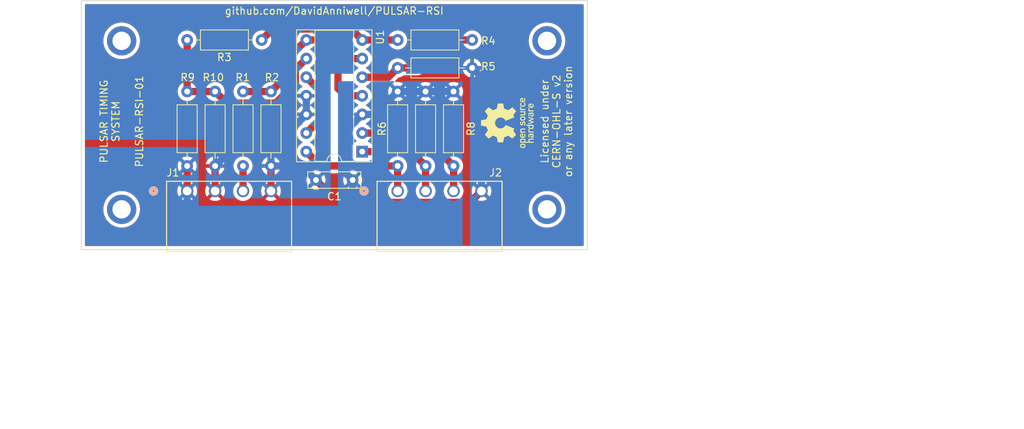
<source format=kicad_pcb>
(kicad_pcb (version 20240108) (generator "pcbnew") (generator_version "8.0")
  (layers (0 "F.Cu" signal) (31 "B.Cu" signal) (34 "B.Paste" user) (35 "F.Paste" user) (36 "B.SilkS" user "B.Silkscreen") (37 "F.SilkS" user "F.Silkscreen") (38 "B.Mask" user) (39 "F.Mask" user) (44 "Edge.Cuts" user))
  (net 0 "")
  (net 1 "+5VD")
  (net 2 "GND")
  (net 3 "Net-(U1A--)")
  (net 4 "Net-(J1-Pad3)")
  (net 5 "Net-(U1A-+)")
  (net 6 "Net-(U1B-+)")
  (net 7 "Net-(J2-Pad1)")
  (net 8 "Net-(J2-Pad2)")
  (net 9 "Net-(J2-Pad3)")
  (net 10 "Net-(U1D-+)")
  (net 11 "Net-(U1C--)")
  (footprint "Resistor_THT:R_Axial_DIN0207_L6.3mm_D2.5mm_P10.16mm_Horizontal" (layer "F.Cu") (at 43.136 5.385)
    (property "Reference" "R4")
    (property "Value" "1k")
  )
  (footprint "Package_DIP:DIP-14_W7.62mm_Socket" (layer "F.Cu") (at 38.3 20.625 180)
    (property "Reference" "U1")
    (property "Value" "LM339")
  )
  (footprint "Resistor_THT:R_Axial_DIN0207_L6.3mm_D2.5mm_P10.16mm_Horizontal" (layer "F.Cu") (at 43.136 12.42 -90)
    (property "Reference" "R6")
    (property "Value" "1k")
  )
  (footprint "1803293:CONN_1803293_PXC" (layer "F.Cu") (at 43.1359 26)
    (property "Reference" "J2")
    (property "Value" "1803293")
  )
  (footprint "Resistor_THT:R_Axial_DIN0207_L6.3mm_D2.5mm_P10.16mm_Horizontal" (layer "F.Cu") (at 14.434 22.58 90)
    (property "Reference" "R9")
    (property "Value" "1k")
  )
  (footprint "Resistor_THT:R_Axial_DIN0207_L6.3mm_D2.5mm_P10.16mm_Horizontal" (layer "F.Cu") (at 43.136 9.195)
    (property "Reference" "R5")
    (property "Value" "1k")
  )
  (footprint "Capacitor_THT:C_Rect_L7.0mm_W2.0mm_P5.00mm" (layer "F.Cu") (at 37 24.5 180)
    (property "Reference" "C1")
    (property "Value" "100n")
  )
  (footprint "Resistor_THT:R_Axial_DIN0207_L6.3mm_D2.5mm_P10.16mm_Horizontal" (layer "F.Cu") (at 22.054 22.58 90)
    (property "Reference" "R1")
    (property "Value" "1k")
  )
  (footprint "Resistor_THT:R_Axial_DIN0207_L6.3mm_D2.5mm_P10.16mm_Horizontal" (layer "F.Cu") (at 14.434 5.385)
    (property "Reference" "R3")
    (property "Value" "1k")
  )
  (footprint "Resistor_THT:R_Axial_DIN0207_L6.3mm_D2.5mm_P10.16mm_Horizontal" (layer "F.Cu") (at 25.864 12.42 -90)
    (property "Reference" "R2")
    (property "Value" "1k")
  )
  (footprint "Resistor_THT:R_Axial_DIN0207_L6.3mm_D2.5mm_P10.16mm_Horizontal" (layer "F.Cu") (at 18.244 12.42 -90)
    (property "Reference" "R10")
    (property "Value" "1k")
  )
  (footprint "1803293:CONN_1803293_PXC" (layer "F.Cu") (at 14.4339 26)
    (property "Reference" "J1")
    (property "Value" "1803293")
  )
  (footprint "Resistor_THT:R_Axial_DIN0207_L6.3mm_D2.5mm_P10.16mm_Horizontal" (layer "F.Cu") (at 46.946 12.42 -90)
    (property "Reference" "R7" (hide yes))
    (property "Value" "1k")
  )
  (footprint "Resistor_THT:R_Axial_DIN0207_L6.3mm_D2.5mm_P10.16mm_Horizontal" (layer "F.Cu") (at 50.756 12.42 -90)
    (property "Reference" "R8")
    (property "Value" "1k")
  )
  (gr_poly (pts (xy 59.828388 18.440729) (xy 59.829403 18.426183) (xy 59.831083 18.411802) (xy 59.83342 18.397608) (xy 59.836404 18.383622) (xy 59.840026 18.369865) (xy 59.844278 18.356358) (xy 59.849151 18.343122) (xy 59.854635 18.330179) (xy 59.860722 18.317548) (xy 59.867402 18.305253) (xy 59.874667 18.293313) (xy 59.882508 18.28175) (xy 59.890915 18.270584) (xy 59.899879 18.259838) (xy 59.909392 18.249531) (xy 59.919445 18.239686) (xy 59.930029 18.230323) (xy 59.941134 18.221463) (xy 59.952752 18.213128) (xy 59.964873 18.205338) (xy 59.977489 18.198115) (xy 59.990591 18.19148) (xy 60.004169 18.185454) (xy 60.018216 18.180057) (xy 60.03272 18.175312) (xy 60.047675 18.171238) (xy 60.06307 18.167858) (xy 60.078897 18.165193) (xy 60.095147 18.163263) (xy 60.111811 18.162089) (xy 60.128879 18.161693) (xy 60.246949 18.161693) (xy 60.246949 18.605836) (xy 60.257719 18.605627) (xy 60.268151 18.605007) (xy 60.278245 18.603983) (xy 60.288 18.602564) (xy 60.297417 18.600758) (xy 60.306495 18.598573) (xy 60.315233 18.596017) (xy 60.323633 18.593099) (xy 60.331692 18.589827) (xy 60.339411 18.586208) (xy 60.34679 18.582252) (xy 60.353829 18.577967) (xy 60.360527 18.57336) (xy 60.366883 18.568441) (xy 60.372899 18.563216) (xy 60.378572 18.557695) (xy 60.383904 18.551886) (xy 60.388894 18.545796) (xy 60.393542 18.539435) (xy 60.397847 18.532809) (xy 60.401809 18.525929) (xy 60.405427 18.518801) (xy 60.408703 18.511434) (xy 60.411635 18.503837) (xy 60.414222 18.496016) (xy 60.416466 18.487982) (xy 60.418365 18.479742) (xy 60.41992 18.471303) (xy 60.421129 18.462675) (xy 60.421993 18.453866) (xy 60.422512 18.444883) (xy 60.422685 18.435735) (xy 60.42239 18.425415) (xy 60.421512 18.415026) (xy 60.420061 18.404601) (xy 60.418048 18.394169) (xy 60.415483 18.383763) (xy 60.412376 18.373412) (xy 60.408737 18.363148) (xy 60.404578 18.353002) (xy 60.399908 18.343004) (xy 60.394738 18.333185) (xy 60.389077 18.323576) (xy 60.382937 18.314208) (xy 60.376328 18.305112) (xy 60.36926 18.296319) (xy 60.361743 18.287859) (xy 60.353788 18.279764) (xy 60.442291 18.175743) (xy 60.457019 18.189164) (xy 60.470648 18.203053) (xy 60.483198 18.217387) (xy 60.49469 18.23214) (xy 60.505144 18.247288) (xy 60.514581 18.262806) (xy 60.523022 18.27867) (xy 60.530487 18.294855) (xy 60.536996 18.311337) (xy 60.542571 18.328091) (xy 60.547232 18.345092) (xy 60.550999 18.362317) (xy 60.553893 18.379741) (xy 60.555935 18.397338) (xy 60.557145 18.415085) (xy 60.557544 18.432957) (xy 60.556682 18.460597) (xy 60.553951 18.488512) (xy 60.549127 18.516419) (xy 60.541988 18.544033) (xy 60.532312 18.571071) (xy 60.526454 18.584285) (xy 60.519878 18.597249) (xy 60.512557 18.609926) (xy 60.504462 18.622282) (xy 60.495567 18.63428) (xy 60.485843 18.645886) (xy 60.475263 18.657063) (xy 60.463799 18.667777) (xy 60.451423 18.677991) (xy 60.438107 18.687671) (xy 60.423824 18.69678) (xy 60.408546 18.705284) (xy 60.392245 18.713146) (xy 60.374893 18.720331) (xy 60.356462 18.726804) (xy 60.336926 18.73253) (xy 60.316255 18.737471) (xy 60.294422 18.741594) (xy 60.2714 18.744863) (xy 60.247161 18.747242) (xy 60.221676 18.748695) (xy 60.194919 18.749187) (xy 60.169508 18.748736) (xy 60.145174 18.747402) (xy 60.128919 18.745877) (xy 60.128919 18.605836) (xy 60.128919 18.305044) (xy 60.118914 18.305607) (xy 60.109208 18.3065) (xy 60.099801 18.307718) (xy 60.090695 18.309255) (xy 60.081892 18.311103) (xy 60.073391 18.313257) (xy 60.065196 18.31571) (xy 60.057307 18.318456) (xy 60.049724 18.321488) (xy 60.042451 18.324799) (xy 60.035487 18.328384) (xy 60.028834 18.332236) (xy 60.022493 18.336348) (xy 60.016466 18.340715) (xy 60.010754 18.345329) (xy 60.005358 18.350184) (xy 60.000279 18.355274) (xy 59.995518 18.360592) (xy 59.991078 18.366132) (xy 59.986958 18.371888) (xy 59.983161 18.377853) (xy 59.979687 18.38402) (xy 59.976539 18.390383) (xy 59.973716 18.396936) (xy 59.971221 18.403673) (xy 59.969054 18.410586) (xy 59.967217 18.41767) (xy 59.965712 18.424918) (xy 59.964539 18.432323) (xy 59.963699 18.43988) (xy 59.963194 18.447581) (xy 59.963026 18.45542) (xy 59.963194 18.463264) (xy 59.963699 18.470977) (xy 59.964539 18.478552) (xy 59.965712 18.485982) (xy 59.967217 18.493259) (xy 59.969054 18.500377) (xy 59.971221 18.507328) (xy 59.973716 18.514106) (xy 59.976539 18.520702) (xy 59.979687 18.52711) (xy 59.983161 18.533322) (xy 59.986958 18.539331) (xy 59.991077 18.545131) (xy 59.995518 18.550713) (xy 60.000278 18.556071) (xy 60.005357 18.561197) (xy 60.010754 18.566085) (xy 60.016466 18.570726) (xy 60.022493 18.575115) (xy 60.028834 18.579242) (xy 60.035486 18.583102) (xy 60.04245 18.586688) (xy 60.049724 18.589991) (xy 60.057306 18.593005) (xy 60.065196 18.595722) (xy 60.073391 18.598136) (xy 60.081891 18.600238) (xy 60.090695 18.602023) (xy 60.099801 18.603482) (xy 60.109208 18.604609) (xy 60.118914 18.605396) (xy 60.128919 18.605836) (xy 60.128919 18.745877) (xy 60.121899 18.745218) (xy 60.099666 18.742216) (xy 60.078457 18.738428) (xy 60.058254 18.733885) (xy 60.039039 18.72862) (xy 60.020795 18.722664) (xy 60.003504 18.716049) (xy 59.987149 18.708807) (xy 59.971711 18.70097) (xy 59.957172 18.69257) (xy 59.943516 18.683639) (xy 59.930723 18.674208) (xy 59.918778 18.66431) (xy 59.907661 18.653977) (xy 59.897356 18.64324) (xy 59.887843 18.63213) (xy 59.879107 18.620681) (xy 59.871128 18.608924) (xy 59.86389 18.596891) (xy 59.857374 18.584614) (xy 59.851562 18.572124) (xy 59.846438 18.559454) (xy 59.841983 18.546635) (xy 59.83818 18.533699) (xy 59.83501 18.520679) (xy 59.832456 18.507605) (xy 59.829126 18.481427) (xy 59.828048 18.45542)) (stroke (width -0.000001)) (fill solid) (layer "F.SilkS"))
  (gr_poly (pts (xy 60.954371 18.436272) (xy 60.956546 18.405369) (xy 60.960273 18.375944) (xy 60.962745 18.361816) (xy 60.965637 18.348094) (xy 60.96896 18.334789) (xy 60.972723 18.321915) (xy 60.976937 18.309483) (xy 60.981614 18.297505) (xy 60.986763 18.285994) (xy 60.992395 18.274961) (xy 60.998521 18.264418) (xy 61.00515 18.254378) (xy 61.012294 18.244853) (xy 61.019964 18.235855) (xy 61.028169 18.227396) (xy 61.03692 18.219487) (xy 61.046228 18.212142) (xy 61.056104 18.205372) (xy 61.066557 18.19919) (xy 61.077598 18.193606) (xy 61.089239 18.188635) (xy 61.101489 18.184287) (xy 61.114359 18.180574) (xy 61.127859 18.17751) (xy 61.142001 18.175105) (xy 61.156794 18.173373) (xy 61.172249 18.172324) (xy 61.188377 18.171972) (xy 61.674708 18.171972) (xy 61.674708 18.315363) (xy 61.611446 18.315363) (xy 61.611446 18.318181) (xy 61.620368 18.323948) (xy 61.628669 18.330218) (xy 61.636354 18.337033) (xy 61.64343 18.344434) (xy 61.649904 18.352461) (xy 61.655782 18.361156) (xy 61.661069 18.37056) (xy 61.665774 18.380713) (xy 61.669901 18.391659) (xy 61.673457 18.403436) (xy 61.676449 18.416086) (xy 61.678882 18.429651) (xy 61.680764 18.444172) (xy 61.6821 18.459689) (xy 61.682897 18.476244) (xy 61.683162 18.493877) (xy 61.682888 18.508573) (xy 61.682074 18.522877) (xy 61.680732 18.536784) (xy 61.678873 18.550289) (xy 61.67651 18.563387) (xy 61.673655 18.576074) (xy 61.670319 18.588344) (xy 61.666513 18.600193) (xy 61.662251 18.611615) (xy 61.657543 18.622607) (xy 61.652402 18.633162) (xy 61.646839 18.643277) (xy 61.640867 18.652945) (xy 61.634497 18.662163) (xy 61.62774 18.670926) (xy 61.620609 18.679228) (xy 61.613116 18.687065) (xy 61.605272 18.694431) (xy 61.59709 18.701323) (xy 61.58858 18.707734) (xy 61.579756 18.713661) (xy 61.570628 18.719098) (xy 61.561209 18.72404) (xy 61.55151 18.728483) (xy 61.541544 18.732421) (xy 61.531322 18.73585) (xy 61.520855 18.738765) (xy 61.510157 18.741161) (xy 61.499238 18.743033) (xy 61.488111 18.744376) (xy 61.476786 18.745186) (xy 61.465277 18.745457) (xy 61.458252 18.745304) (xy 61.458252 18.610559) (xy 61.46713 18.610108) (xy 61.475824 18.608737) (xy 61.484281 18.606414) (xy 61.492446 18.603109) (xy 61.496403 18.601078) (xy 61.500266 18.59879) (xy 61.504031 18.59624) (xy 61.507688 18.593426) (xy 61.511233 18.590343) (xy 61.514658 18.586988) (xy 61.517957 18.583356) (xy 61.521122 18.579444) (xy 61.524148 18.575247) (xy 61.527027 18.570763) (xy 61.529752 18.565986) (xy 61.532318 18.560914) (xy 61.534717 18.555543) (xy 61.536942 18.549868) (xy 61.538988 18.543885) (xy 61.540846 18.537592) (xy 61.543976 18.524056) (xy 61.546278 18.50923) (xy 61.547699 18.493082) (xy 61.548184 18.475582) (xy 61.548015 18.454096) (xy 61.547425 18.434399) (xy 61.546287 18.416436) (xy 61.544476 18.40015) (xy 61.543279 18.39262) (xy 61.541867 18.385487) (xy 61.540223 18.378747) (xy 61.538333 18.372391) (xy 61.53618 18.366412) (xy 61.533748 18.360805) (xy 61.531023 18.355562) (xy 61.527988 18.350675) (xy 61.524627 18.346138) (xy 61.520926 18.341945) (xy 61.516867 18.338087) (xy 61.512436 18.334559) (xy 61.507616 18.331353) (xy 61.502393 18.328462) (xy 61.49675 18.32588) (xy 61.490671 18.323598) (xy 61.484141 18.321611) (xy 61.477144 18.319912) (xy 61.469665 18.318493) (xy 61.461687 18.317348) (xy 61.453195 18.316469) (xy 61.444173 18.31585) (xy 61.434606 18.315484) (xy 61.424478 18.315363) (xy 61.372448 18.315363) (xy 61.372448 18.486813) (xy 61.372546 18.494592) (xy 61.37284 18.502108) (xy 61.373325 18.509362) (xy 61.374 18.516355) (xy 61.374862 18.523089) (xy 61.375907 18.529565) (xy 61.377134 18.535783) (xy 61.378538 18.541744) (xy 61.380117 18.54745) (xy 61.381869 18.552902) (xy 61.38379 18.5581) (xy 61.385878 18.563046) (xy 61.388129 18.567741) (xy 61.390542 18.572185) (xy 61.393112 18.57638) (xy 61.395838 18.580327) (xy 61.398717 18.584026) (xy 61.401745 18.58748) (xy 61.404919 18.590688) (xy 61.408238 18.593652) (xy 61.411698 18.596373) (xy 61.415295 18.598853) (xy 61.419029 18.601091) (xy 61.422895 18.603089) (xy 61.42689 18.604848) (xy 61.431013 18.606369) (xy 61.435259 18.607654) (xy 61.439627 18.608702) (xy 61.444112 18.609516) (xy 61.448714 18.610096) (xy 61.453428 18.610443) (xy 61.458252 18.610559) (xy 61.458252 18.745304) (xy 61.454658 18.745226) (xy 61.444152 18.744535) (xy 61.433773 18.743385) (xy 61.423537 18.741776) (xy 61.413458 18.739708) (xy 61.403551 18.737184) (xy 61.39383 18.734203) (xy 61.384311 18.730766) (xy 61.375008 18.726874) (xy 61.365935 18.722528) (xy 61.357107 18.717729) (xy 61.34854 18.712477) (xy 61.340247 18.706773) (xy 61.332243 18.700618) (xy 61.324544 18.694012) (xy 61.317163 18.686957) (xy 61.310116 18.679453) (xy 61.303417 18.671501) (xy 61.297081 18.663102) (xy 61.291122 18.654257) (xy 61.285556 18.644965) (xy 61.280397 18.635229) (xy 61.275659 18.625048) (xy 61.271358 18.614425) (xy 61.267507 18.603358) (xy 61.264122 18.591849) (xy 61.261218 18.5799) (xy 61.258809 18.56751) (xy 61.25691 18.554681) (xy 61.255535 18.541412) (xy 61.254699 18.527706) (xy 61.254417 18.513562) (xy 61.254417 18.315363) (xy 61.179924 18.315363) (xy 61.167786 18.315878) (xy 61.16209 18.316525) (xy 61.156637 18.317436) (xy 61.151426 18.318614) (xy 61.14645 18.320061) (xy 61.141709 18.32178) (xy 61.137196 18.323775) (xy 61.13291 18.326048) (xy 61.128847 18.328601) (xy 61.125002 18.331438) (xy 61.121373 18.334561) (xy 61.117955 18.337974) (xy 61.114746 18.341679) (xy 61.111742 18.345678) (xy 61.108938 18.349976) (xy 61.106332 18.354574) (xy 61.10392 18.359475) (xy 61.099664 18.370199) (xy 61.096141 18.382171) (xy 61.093323 18.395412) (xy 61.09118 18.409947) (xy 61.089685 18.425796) (xy 61.088809 18.442984) (xy 61.088524 18.461532) (xy 61.088692 18.475046) (xy 61.08921 18.487681) (xy 61.090096 18.499481) (xy 61.091368 18.510488) (xy 61.092155 18.515708) (xy 61.093044 18.520746) (xy 61.09404 18.525607) (xy 61.095144 18.530298) (xy 61.096357 18.534822) (xy 61.097684 18.539187) (xy 61.099125 18.543396) (xy 61.100683 18.547456) (xy 61.102361 18.551371) (xy 61.10416 18.555148) (xy 61.106083 18.558791) (xy 61.108133 18.562307) (xy 61.110311 18.565699) (xy 61.11262 18.568975) (xy 61.115063 18.572139) (xy 61.11764 18.575196) (xy 61.120356 18.578152) (xy 61.123211 18.581013) (xy 61.126209 18.583783) (xy 61.129351 18.586469) (xy 61.13264 18.589075) (xy 61.136078 18.591607) (xy 61.139668 18.59407) (xy 61.143412 18.59647) (xy 61.057686 18.708904) (xy 61.044 18.698347) (xy 61.031407 18.687223) (xy 61.019879 18.675527) (xy 61.009387 18.663252) (xy 60.999901 18.650392) (xy 60.991392 18.636942) (xy 60.983831 18.622894) (xy 60.97719 18.608242) (xy 60.971439 18.592981) (xy 60.966549 18.577104) (xy 60.962491 18.560604) (xy 60.959236 18.543476) (xy 60.956755 18.525714) (xy 60.955019 18.507311) (xy 60.953999 18.488261) (xy 60.953665 18.468557)) (stroke (width -0.000001)) (fill solid) (layer "F.SilkS"))
  (gr_poly (pts (xy 60.95391 14.791224) (xy 60.954637 14.78076) (xy 60.955832 14.770509) (xy 60.957485 14.760463) (xy 60.959583 14.750613) (xy 60.962112 14.740951) (xy 60.965062 14.73147) (xy 60.968419 14.722161) (xy 60.972172 14.713017) (xy 60.976307 14.704028) (xy 60.980814 14.695187) (xy 60.985678 14.686487) (xy 60.990889 14.677918) (xy 60.996433 14.669473) (xy 61.002299 14.661143) (xy 61.008474 14.652921) (xy 61.13218 14.756942) (xy 61.127605 14.763157) (xy 61.123386 14.769174) (xy 61.119514 14.775025) (xy 61.115981 14.780744) (xy 61.112778 14.786364) (xy 61.109897 14.791918) (xy 61.10733 14.797439) (xy 61.105069 14.80296) (xy 61.103104 14.808515) (xy 61.101429 14.814137) (xy 61.100034 14.819858) (xy 61.098912 14.825712) (xy 61.098053 14.831733) (xy 61.09745 14.837952) (xy 61.097094 14.844404) (xy 61.096977 14.851121) (xy 61.097509 14.864273) (xy 61.099116 14.877291) (xy 61.10182 14.890077) (xy 61.10564 14.902531) (xy 61.107975 14.908603) (xy 61.110597 14.914556) (xy 61.113508 14.920376) (xy 61.116711 14.926052) (xy 61.120209 14.931571) (xy 61.124003 14.936922) (xy 61.128097 14.94209) (xy 61.132493 14.947065) (xy 61.137193 14.951834) (xy 61.1422 14.956385) (xy 61.147517 14.960705) (xy 61.153146 14.964782) (xy 61.15909 14.968604) (xy 61.165351 14.972158) (xy 61.171932 14.975432) (xy 61.178835 14.978414) (xy 61.186062 14.981091) (xy 61.193617 14.983451) (xy 61.201502 14.985482) (xy 61.20972 14.987171) (xy 61.218272 14.988506) (xy 61.227162 14.989475) (xy 61.236392 14.990066) (xy 61.245964 14.990265) (xy 61.674708 14.990265) (xy 61.674708 15.133577) (xy 60.962118 15.133577) (xy 60.962118 14.990265) (xy 61.038001 14.990265) (xy 61.038001 14.987408) (xy 61.027793 14.978748) (xy 61.018243 14.969639) (xy 61.00935 14.960094) (xy 61.001116 14.950124) (xy 60.993539 14.939743) (xy 60.986621 14.928962) (xy 60.980361 14.917794) (xy 60.974759 14.906252) (xy 60.969816 14.894347) (xy 60.965532 14.882092) (xy 60.961907 14.8695) (xy 60.95894 14.856582) (xy 60.956633 14.843352) (xy 60.954984 14.829821) (xy 60.953995 14.816003) (xy 60.953665 14.801909)) (stroke (width -0.000001)) (fill solid) (layer "F.SilkS"))
  (gr_poly (pts (xy 60.954371 15.555403) (xy 60.956546 15.524505) (xy 60.960273 15.495083) (xy 60.962745 15.480956) (xy 60.965637 15.467235) (xy 60.96896 15.453931) (xy 60.972723 15.441057) (xy 60.976937 15.428625) (xy 60.981614 15.416647) (xy 60.986763 15.405135) (xy 60.992395 15.394102) (xy 60.998521 15.383558) (xy 61.00515 15.373518) (xy 61.012294 15.363991) (xy 61.019964 15.354992) (xy 61.028169 15.346532) (xy 61.03692 15.338622) (xy 61.046228 15.331276) (xy 61.056104 15.324504) (xy 61.066557 15.318321) (xy 61.077598 15.312736) (xy 61.089239 15.307763) (xy 61.101489 15.303414) (xy 61.114359 15.299701) (xy 61.127859 15.296636) (xy 61.142001 15.294231) (xy 61.156794 15.292498) (xy 61.172249 15.291449) (xy 61.188377 15.291097) (xy 61.674708 15.291097) (xy 61.674708 15.434527) (xy 61.611446 15.434527) (xy 61.611446 15.437305) (xy 61.620368 15.44308) (xy 61.628669 15.449357) (xy 61.636354 15.456179) (xy 61.64343 15.463586) (xy 61.649904 15.47162) (xy 61.655782 15.480321) (xy 61.661069 15.489729) (xy 61.665774 15.499888) (xy 61.669901 15.510836) (xy 61.673457 15.522615) (xy 61.676449 15.535267) (xy 61.678882 15.548831) (xy 61.680764 15.56335) (xy 61.6821 15.578864) (xy 61.682897 15.595414) (xy 61.683162 15.613042) (xy 61.682888 15.627737) (xy 61.682074 15.642042) (xy 61.680732 15.655949) (xy 61.678873 15.669455) (xy 61.67651 15.682554) (xy 61.673655 15.695242) (xy 61.670319 15.707513) (xy 61.666513 15.719363) (xy 61.662251 15.730787) (xy 61.657543 15.74178) (xy 61.652402 15.752337) (xy 61.646839 15.762454) (xy 61.640867 15.772124) (xy 61.634497 15.781344) (xy 61.62774 15.790108) (xy 61.620609 15.798412) (xy 61.613116 15.806251) (xy 61.605272 15.813619) (xy 61.59709 15.820512) (xy 61.58858 15.826926) (xy 61.579756 15.832854) (xy 61.570628 15.838292) (xy 61.561209 15.843236) (xy 61.55151 15.84768) (xy 61.541544 15.85162) (xy 61.531322 15.85505) (xy 61.520855 15.857966) (xy 61.510157 15.860363) (xy 61.499238 15.862236) (xy 61.488111 15.86358) (xy 61.476786 15.864389) (xy 61.465277 15.86466) (xy 61.458252 15.864508) (xy 61.458252 15.729644) (xy 61.46713 15.729193) (xy 61.475824 15.727822) (xy 61.484281 15.725499) (xy 61.492446 15.722194) (xy 61.496403 15.720164) (xy 61.500266 15.717876) (xy 61.504031 15.715327) (xy 61.507688 15.712513) (xy 61.511233 15.709431) (xy 61.514658 15.706076) (xy 61.517957 15.702445) (xy 61.521122 15.698534) (xy 61.524148 15.694338) (xy 61.527027 15.689855) (xy 61.529752 15.68508) (xy 61.532318 15.680009) (xy 61.534717 15.674639) (xy 61.536942 15.668966) (xy 61.538988 15.662985) (xy 61.540846 15.656694) (xy 61.543976 15.643162) (xy 61.546278 15.628341) (xy 61.547699 15.612199) (xy 61.548184 15.594706) (xy 61.548015 15.57322) (xy 61.547425 15.553524) (xy 61.546287 15.53556) (xy 61.544476 15.519275) (xy 61.543279 15.511744) (xy 61.541867 15.504612) (xy 61.540223 15.497871) (xy 61.538333 15.491515) (xy 61.53618 15.485537) (xy 61.533748 15.479929) (xy 61.531023 15.474686) (xy 61.527988 15.469799) (xy 61.524627 15.465263) (xy 61.520926 15.461069) (xy 61.516867 15.457212) (xy 61.512436 15.453683) (xy 61.507616 15.450477) (xy 61.502393 15.447586) (xy 61.49675 15.445004) (xy 61.490671 15.442723) (xy 61.484141 15.440736) (xy 61.477144 15.439036) (xy 61.469665 15.437617) (xy 61.461687 15.436472) (xy 61.453195 15.435593) (xy 61.444173 15.434974) (xy 61.434606 15.434608) (xy 61.424478 15.434487) (xy 61.424478 15.434488) (xy 61.372448 15.434488) (xy 61.372448 15.605938) (xy 61.372546 15.613713) (xy 61.37284 15.621225) (xy 61.373325 15.628476) (xy 61.374 15.635467) (xy 61.374862 15.642198) (xy 61.375907 15.648671) (xy 61.377134 15.654887) (xy 61.378538 15.660846) (xy 61.380117 15.66655) (xy 61.381869 15.672) (xy 61.38379 15.677196) (xy 61.385878 15.682141) (xy 61.388129 15.686834) (xy 61.390542 15.691277) (xy 61.393112 15.695471) (xy 61.395838 15.699417) (xy 61.398717 15.703115) (xy 61.401745 15.706568) (xy 61.404919 15.709776) (xy 61.408238 15.712739) (xy 61.411698 15.71546) (xy 61.415295 15.717939) (xy 61.419029 15.720176) (xy 61.422895 15.722174) (xy 61.42689 15.723933) (xy 61.431013 15.725454) (xy 61.435259 15.726739) (xy 61.439627 15.727787) (xy 61.444112 15.728601) (xy 61.448714 15.729181) (xy 61.453428 15.729528) (xy 61.458252 15.729644) (xy 61.458252 15.864508) (xy 61.454658 15.86443) (xy 61.444152 15.863738) (xy 61.433773 15.862587) (xy 61.423537 15.860976) (xy 61.413458 15.858907) (xy 61.403551 15.856381) (xy 61.39383 15.853397) (xy 61.384311 15.849958) (xy 61.375008 15.846064) (xy 61.365935 15.841715) (xy 61.357107 15.836913) (xy 61.34854 15.831658) (xy 61.340247 15.825951) (xy 61.332243 15.819793) (xy 61.324544 15.813184) (xy 61.317163 15.806126) (xy 61.310116 15.79862) (xy 61.303417 15.790665) (xy 61.297081 15.782264) (xy 61.291122 15.773416) (xy 61.285556 15.764123) (xy 61.280397 15.754385) (xy 61.275659 15.744203) (xy 61.271358 15.733578) (xy 61.267507 15.722511) (xy 61.264122 15.711003) (xy 61.261218 15.699054) (xy 61.258809 15.686665) (xy 61.25691 15.673837) (xy 61.255535 15.66057) (xy 61.254699 15.646867) (xy 61.254417 15.632727) (xy 61.254417 15.434527) (xy 61.179924 15.434527) (xy 61.167786 15.435042) (xy 61.16209 15.435689) (xy 61.156637 15.4366) (xy 61.151426 15.437778) (xy 61.14645 15.439225) (xy 61.141709 15.440945) (xy 61.137196 15.44294) (xy 61.13291 15.445212) (xy 61.128847 15.447766) (xy 61.125002 15.450603) (xy 61.121373 15.453727) (xy 61.117955 15.457141) (xy 61.114746 15.460846) (xy 61.111742 15.464846) (xy 61.108938 15.469144) (xy 61.106332 15.473743) (xy 61.10392 15.478646) (xy 61.099664 15.489373) (xy 61.096141 15.501347) (xy 61.093323 15.514593) (xy 61.09118 15.529132) (xy 61.089685 15.544987) (xy 61.088809 15.562181) (xy 61.088524 15.580736) (xy 61.088692 15.594249) (xy 61.08921 15.606881) (xy 61.090096 15.618677) (xy 61.091368 15.629679) (xy 61.092155 15.634896) (xy 61.093044 15.639931) (xy 61.09404 15.644789) (xy 61.095144 15.649476) (xy 61.096357 15.653997) (xy 61.097684 15.658358) (xy 61.099125 15.662564) (xy 61.100683 15.66662) (xy 61.102361 15.670531) (xy 61.10416 15.674305) (xy 61.106083 15.677944) (xy 61.108133 15.681456) (xy 61.110311 15.684845) (xy 61.11262 15.688118) (xy 61.115063 15.691278) (xy 61.11764 15.694333) (xy 61.120356 15.697286) (xy 61.123211 15.700144) (xy 61.126209 15.702913) (xy 61.129351 15.705596) (xy 61.13264 15.708201) (xy 61.136078 15.710732) (xy 61.139668 15.713194) (xy 61.143412 15.715594) (xy 61.057686 15.828068) (xy 61.044 15.81751) (xy 61.031407 15.806384) (xy 61.019879 15.794684) (xy 61.009387 15.782404) (xy 60.999901 15.769539) (xy 60.991392 15.756083) (xy 60.983831 15.742029) (xy 60.97719 15.727371) (xy 60.971439 15.712105) (xy 60.966549 15.696223) (xy 60.962491 15.67972) (xy 60.959236 15.66259) (xy 60.956755 15.644827) (xy 60.955019 15.626426) (xy 60.953999 15.607379) (xy 60.953665 15.587681)) (stroke (width -0.000001)) (fill solid) (layer "F.SilkS"))
  (gr_poly (pts (xy 59.828299 17.697177) (xy 59.829051 17.686661) (xy 59.832048 17.66554) (xy 59.837025 17.644473) (xy 59.843969 17.623667) (xy 59.848174 17.613428) (xy 59.852865 17.603332) (xy 59.858041 17.593405) (xy 59.863699 17.583673) (xy 59.869838 17.574163) (xy 59.876456 17.564901) (xy 59.883551 17.555912) (xy 59.891122 17.547222) (xy 59.899166 17.538857) (xy 59.907682 17.530844) (xy 59.916669 17.523208) (xy 59.926124 17.515975) (xy 59.936045 17.509172) (xy 59.946431 17.502824) (xy 59.95728 17.496957) (xy 59.96859 17.491597) (xy 59.98036 17.486771) (xy 59.992587 17.482503) (xy 60.00527 17.478821) (xy 60.018407 17.475751) (xy 60.031997 17.473317) (xy 60.046036 17.471546) (xy 60.060525 17.470465) (xy 60.07546 17.470099) (xy 60.549091 17.470099) (xy 60.549091 17.61345) (xy 60.124713 17.61345) (xy 60.115736 17.613626) (xy 60.107001 17.614149) (xy 60.098511 17.61501) (xy 60.090269 17.616204) (xy 60.082277 17.617722) (xy 60.074539 17.619556) (xy 60.067057 17.621701) (xy 60.059833 17.624147) (xy 60.052872 17.626887) (xy 60.046175 17.629914) (xy 60.039746 17.633221) (xy 60.033586 17.636801) (xy 60.0277 17.640644) (xy 60.02209 17.644745) (xy 60.016758 17.649096) (xy 60.011708 17.653688) (xy 60.006942 17.658516) (xy 60.002463 17.663571) (xy 59.998274 17.668845) (xy 59.994378 17.674332) (xy 59.990777 17.680024) (xy 59.987475 17.685913) (xy 59.984474 17.691992) (xy 59.981777 17.698254) (xy 59.979386 17.704691) (xy 59.977305 17.711295) (xy 59.975537 17.71806) (xy 59.974084 17.724977) (xy 59.972949 17.73204) (xy 59.972134 17.73924) (xy 59.971644 17.74657) (xy 59.97148 17.754023) (xy 59.971644 17.761603) (xy 59.972134 17.769051) (xy 59.972949 17.776362) (xy 59.974084 17.783528) (xy 59.975537 17.790541) (xy 59.977305 17.797395) (xy 59.979386 17.804082) (xy 59.981777 17.810595) (xy 59.984474 17.816927) (xy 59.987475 17.823071) (xy 59.990777 17.829019) (xy 59.994378 17.834764) (xy 59.998274 17.8403) (xy 60.002463 17.845618) (xy 60.006942 17.850712) (xy 60.011708 17.855574) (xy 60.016758 17.860197) (xy 60.022089 17.864574) (xy 60.0277 17.868698) (xy 60.033586 17.872562) (xy 60.039745 17.876158) (xy 60.046175 17.879479) (xy 60.052872 17.882518) (xy 60.059833 17.885267) (xy 60.067056 17.887721) (xy 60.074538 17.88987) (xy 60.082277 17.891709) (xy 60.090269 17.893229) (xy 60.098511 17.894424) (xy 60.107001 17.895287) (xy 60.115736 17.89581) (xy 60.124713 17.895985) (xy 60.549091 17.895985) (xy 60.549091 18.039337) (xy 59.836502 18.039337) (xy 59.836502 17.895985) (xy 59.912385 17.895985) (xy 59.912385 17.893128) (xy 59.902176 17.884475) (xy 59.892626 17.875371) (xy 59.883733 17.865829) (xy 59.875499 17.855861) (xy 59.867922 17.845481) (xy 59.861004 17.8347) (xy 59.854744 17.823531) (xy 59.849143 17.811987) (xy 59.8442 17.80008) (xy 59.839915 17.787823) (xy 59.83629 17.775228) (xy 59.833323 17.762308) (xy 59.831016 17.749076) (xy 59.829367 17.735543) (xy 59.828378 17.721723) (xy 59.828048 17.707629)) (stroke (width -0.000001)) (fill solid) (layer "F.SilkS"))
  (gr_poly (pts (xy 59.828199 14.159014) (xy 59.828649 14.149069) (xy 59.829392 14.139255) (xy 59.830422 14.129573) (xy 59.833319 14.110607) (xy 59.837292 14.092173) (xy 59.842295 14.074272) (xy 59.84828 14.056909) (xy 59.8552 14.040084) (xy 59.863008 14.0238) (xy 59.871656 14.00806) (xy 59.881097 13.992867) (xy 59.891284 13.978221) (xy 59.90217 13.964127) (xy 59.913707 13.950586) (xy 59.925848 13.9376) (xy 59.938546 13.925172) (xy 59.951754 13.913305) (xy 60.045933 14.018716) (xy 60.037915 14.025474) (xy 60.03022 14.032587) (xy 60.022876 14.040043) (xy 60.015909 14.047832) (xy 60.009345 14.055944) (xy 60.003212 14.064367) (xy 59.997536 14.073091) (xy 59.992344 14.082106) (xy 59.987663 14.091401) (xy 59.983519 14.100965) (xy 59.979939 14.110788) (xy 59.976951 14.12086) (xy 59.974579 14.131169) (xy 59.972853 14.141705) (xy 59.971797 14.152457) (xy 59.971439 14.163416) (xy 59.972219 14.184729) (xy 59.974581 14.20489) (xy 59.976367 14.21453) (xy 59.978562 14.22387) (xy 59.981169 14.232907) (xy 59.984195 14.241638) (xy 59.987642 14.250057) (xy 59.991516 14.258161) (xy 59.99582 14.265947) (xy 60.00056 14.27341) (xy 60.005738 14.280547) (xy 60.011361 14.287354) (xy 60.017432 14.293826) (xy 60.023956 14.299961) (xy 60.030936 14.305753) (xy 60.038378 14.3112) (xy 60.046285 14.316298) (xy 60.054663 14.321042) (xy 60.063515 14.325429) (xy 60.072845 14.329454) (xy 60.082659 14.333114) (xy 60.092961 14.336406) (xy 60.103755 14.339325) (xy 60.115044 14.341867) (xy 60.126835 14.344029) (xy 60.13913 14.345806) (xy 60.165254 14.348192) (xy 60.193451 14.348994) (xy 60.207692 14.348793) (xy 60.221418 14.348192) (xy 60.234634 14.347194) (xy 60.247343 14.345804) (xy 60.259549 14.344026) (xy 60.271258 14.341864) (xy 60.282472 14.33932) (xy 60.293196 14.3364) (xy 60.303434 14.333108) (xy 60.313191 14.329446) (xy 60.322469 14.325419) (xy 60.331274 14.321031) (xy 60.33961 14.316286) (xy 60.34748 14.311187) (xy 60.354889 14.305739) (xy 60.36184 14.299946) (xy 60.368338 14.29381) (xy 60.374388 14.287337) (xy 60.379992 14.28053) (xy 60.385156 14.273393) (xy 60.389883 14.265929) (xy 60.394177 14.258143) (xy 60.398043 14.250039) (xy 60.401485 14.241621) (xy 60.404506 14.232891) (xy 60.407111 14.223855) (xy 60.409304 14.214517) (xy 60.411089 14.204879) (xy 60.412471 14.194946) (xy 60.413452 14.184722) (xy 60.414038 14.174211) (xy 60.414233 14.163416) (xy 60.414143 14.157912) (xy 60.413875 14.152458) (xy 60.413432 14.147056) (xy 60.412819 14.141706) (xy 60.411092 14.131172) (xy 60.408721 14.120865) (xy 60.405732 14.110796) (xy 60.402152 14.100976) (xy 60.398009 14.091414) (xy 60.393327 14.082121) (xy 60.388135 14.073108) (xy 60.382459 14.064384) (xy 60.376326 14.055961) (xy 60.369763 14.047849) (xy 60.362796 14.040058) (xy 60.355451 14.032598) (xy 60.347757 14.025481) (xy 60.339739 14.018716) (xy 60.433917 13.913305) (xy 60.447104 13.925166) (xy 60.459785 13.937587) (xy 60.471912 13.950568) (xy 60.483438 13.964105) (xy 60.494315 13.978196) (xy 60.504496 13.992839) (xy 60.513933 14.008032) (xy 60.522579 14.023771) (xy 60.530385 14.040055) (xy 60.537305 14.056881) (xy 60.543291 14.074247) (xy 60.548295 14.09215) (xy 60.55227 14.110589) (xy 60.555168 14.12956) (xy 60.556942 14.149062) (xy 60.557544 14.169092) (xy 60.556313 14.199818) (xy 60.552569 14.230189) (xy 60.546236 14.25998) (xy 60.537238 14.288967) (xy 60.531715 14.303088) (xy 60.525497 14.316925) (xy 60.518574 14.330447) (xy 60.510937 14.343629) (xy 60.502576 14.35644) (xy 60.493481 14.368855) (xy 60.483644 14.380843) (xy 60.473054 14.392378) (xy 60.461702 14.403432) (xy 60.449578 14.413975) (xy 60.436672 14.423981) (xy 60.422976 14.433421) (xy 60.40848 14.442267) (xy 60.393173 14.450491) (xy 60.377047 14.458065) (xy 60.360092 14.46496) (xy 60.342298 14.47115) (xy 60.323655 14.476605) (xy 60.304155 14.481298) (xy 60.283787 14.485201) (xy 60.262543 14.488285) (xy 60.240411 14.490523) (xy 60.217384 14.491886) (xy 60.193451 14.492346) (xy 60.169406 14.491886) (xy 60.146273 14.490523) (xy 60.124042 14.488285) (xy 60.102705 14.485201) (xy 60.08225 14.481298) (xy 60.062669 14.476605) (xy 60.043951 14.47115) (xy 60.026086 14.46496) (xy 60.009066 14.458065) (xy 59.992879 14.450491) (xy 59.977517 14.442267) (xy 59.96297 14.433421) (xy 59.949227 14.423981) (xy 59.93628 14.413975) (xy 59.924118 14.403432) (xy 59.912731 14.392378) (xy 59.90211 14.380843) (xy 59.892245 14.368855) (xy 59.883127 14.35644) (xy 59.874745 14.343629) (xy 59.867089 14.330447) (xy 59.860151 14.316925) (xy 59.853919 14.303088) (xy 59.848385 14.288967) (xy 59.843539 14.274588) (xy 59.83937 14.25998) (xy 59.83587 14.245171) (xy 59.833028 14.230189) (xy 59.830835 14.215062) (xy 59.82928 14.199818) (xy 59.828048 14.169092)) (stroke (width -0.000001)) (fill solid) (layer "F.SilkS"))
  (gr_poly (pts (xy 60.95391 17.672087) (xy 60.954637 17.661613) (xy 60.955832 17.651355) (xy 60.957485 17.641305) (xy 60.959583 17.631453) (xy 60.962112 17.621792) (xy 60.965062 17.612313) (xy 60.968419 17.603007) (xy 60.972172 17.593867) (xy 60.976307 17.584883) (xy 60.980814 17.576047) (xy 60.985678 17.567351) (xy 60.990889 17.558787) (xy 60.996433 17.550345) (xy 61.002299 17.542018) (xy 61.008474 17.533797) (xy 61.13218 17.637778) (xy 61.127605 17.643994) (xy 61.123386 17.650011) (xy 61.119514 17.655864) (xy 61.115981 17.661585) (xy 61.112778 17.667208) (xy 61.109897 17.672764) (xy 61.10733 17.678287) (xy 61.105069 17.683811) (xy 61.103104 17.689368) (xy 61.101429 17.69499) (xy 61.100034 17.700712) (xy 61.098912 17.706565) (xy 61.098053 17.712583) (xy 61.09745 17.718799) (xy 61.097094 17.725246) (xy 61.096977 17.731957) (xy 61.097509 17.745103) (xy 61.099116 17.758117) (xy 61.10182 17.770902) (xy 61.10564 17.783357) (xy 61.107975 17.78943) (xy 61.110597 17.795383) (xy 61.113508 17.801205) (xy 61.116711 17.806883) (xy 61.120209 17.812405) (xy 61.124003 17.817757) (xy 61.128097 17.822929) (xy 61.132493 17.827906) (xy 61.137193 17.832678) (xy 61.1422 17.837232) (xy 61.147517 17.841555) (xy 61.153146 17.845635) (xy 61.15909 17.849459) (xy 61.165351 17.853016) (xy 61.171932 17.856293) (xy 61.178835 17.859277) (xy 61.186062 17.861957) (xy 61.193617 17.864319) (xy 61.201502 17.866352) (xy 61.20972 17.868043) (xy 61.218272 17.86938) (xy 61.227162 17.87035) (xy 61.236392 17.870941) (xy 61.245964 17.871141) (xy 61.674708 17.871141) (xy 61.674708 18.014492) (xy 60.962118 18.014492) (xy 60.962118 17.871141) (xy 61.038001 17.871141) (xy 61.038001 17.868323) (xy 61.027793 17.859663) (xy 61.018243 17.850553) (xy 61.00935 17.841006) (xy 61.001116 17.831034) (xy 60.993539 17.820649) (xy 60.986621 17.809865) (xy 60.980361 17.798694) (xy 60.974759 17.787147) (xy 60.969816 17.775239) (xy 60.965532 17.76298) (xy 60.961907 17.750385) (xy 60.95894 17.737464) (xy 60.956633 17.724231) (xy 60.954984 17.710699) (xy 60.953995 17.696879) (xy 60.953665 17.682784)) (stroke (width -0.000001)) (fill solid) (layer "F.SilkS"))
  (gr_poly (pts (xy 59.828187 16.088295) (xy 59.828596 16.078273) (xy 59.829267 16.068508) (xy 59.830188 16.058997) (xy 59.831353 16.049736) (xy 59.832749 16.040722) (xy 59.834369 16.031953) (xy 59.836202 16.023423) (xy 59.838239 16.015131) (xy 59.84047 16.007072) (xy 59.842886 15.999243) (xy 59.845478 15.991642) (xy 59.848235 15.984264) (xy 59.851149 15.977106) (xy 59.85421 15.970165) (xy 59.857407 15.963437) (xy 59.864176 15.950609) (xy 59.871379 15.938594) (xy 59.87894 15.927366) (xy 59.886783 15.916898) (xy 59.894832 15.907162) (xy 59.90301 15.898132) (xy 59.911241 15.889782) (xy 59.919448 15.882083) (xy 59.930788 15.872183) (xy 59.942235 15.863027) (xy 59.953928 15.854599) (xy 59.966008 15.846887) (xy 59.978615 15.839875) (xy 59.991889 15.833548) (xy 60.00597 15.827893) (xy 60.020999 15.822894) (xy 60.037115 15.818538) (xy 60.054458 15.814809) (xy 60.073169 15.811694) (xy 60.093388 15.809178) (xy 60.115254 15.807246) (xy 60.138909 15.805884) (xy 60.164491 15.805077) (xy 60.192142 15.804811) (xy 60.220024 15.805077) (xy 60.24581 15.805884) (xy 60.269644 15.807246) (xy 60.291665 15.809178) (xy 60.312017 15.811694) (xy 60.33084 15.814809) (xy 60.348277 15.818538) (xy 60.36447 15.822894) (xy 60.37956 15.827893) (xy 60.393689 15.833548) (xy 60.406999 15.839875) (xy 60.419631 15.846887) (xy 60.431728 15.854599) (xy 60.443431 15.863027) (xy 60.454883 15.872183) (xy 60.466224 15.882083) (xy 60.47443 15.889782) (xy 60.482659 15.898133) (xy 60.490833 15.907162) (xy 60.498876 15.916898) (xy 60.506713 15.927366) (xy 60.514268 15.938594) (xy 60.521464 15.950609) (xy 60.528225 15.963437) (xy 60.534476 15.977106) (xy 60.54014 15.991642) (xy 60.545141 16.007072) (xy 60.549403 16.023423) (xy 60.552851 16.040722) (xy 60.555407 16.058997) (xy 60.556997 16.078273) (xy 60.557544 16.098578) (xy 60.557406 16.108854) (xy 60.556997 16.118869) (xy 60.556328 16.128628) (xy 60.555407 16.138133) (xy 60.554245 16.147389) (xy 60.552851 16.156397) (xy 60.551234 16.165162) (xy 60.549403 16.173688) (xy 60.547369 16.181976) (xy 60.545141 16.190031) (xy 60.542728 16.197856) (xy 60.54014 16.205455) (xy 60.537386 16.21283) (xy 60.534476 16.219985) (xy 60.531419 16.226924) (xy 60.528225 16.23365) (xy 60.521464 16.246475) (xy 60.514268 16.258487) (xy 60.506713 16.269713) (xy 60.498876 16.28018) (xy 60.490833 16.289915) (xy 60.482659 16.298945) (xy 60.47443 16.307295) (xy 60.466224 16.314994) (xy 60.454883 16.324895) (xy 60.443433 16.334054) (xy 60.431731 16.342485) (xy 60.419637 16.350203) (xy 60.407007 16.357221) (xy 60.393699 16.363554) (xy 60.379572 16.369217) (xy 60.364485 16.374223) (xy 60.348294 16.378586) (xy 60.330857 16.382322) (xy 60.312034 16.385444) (xy 60.291682 16.387966) (xy 60.269658 16.389903) (xy 60.245822 16.391269) (xy 60.22003 16.392078) (xy 60.192142 16.392345) (xy 60.192142 16.248954) (xy 60.210776 16.248853) (xy 60.227757 16.248539) (xy 60.243208 16.247998) (xy 60.257256 16.247216) (xy 60.270028 16.246178) (xy 60.281648 16.244869) (xy 60.292242 16.243276) (xy 60.301937 16.241384) (xy 60.310858 16.239179) (xy 60.319131 16.236645) (xy 60.326881 16.233769) (xy 60.334235 16.230537) (xy 60.341319 16.226933) (xy 60.348257 16.222944) (xy 60.355176 16.218555) (xy 60.362203 16.213752) (xy 60.36766 16.209538) (xy 60.372927 16.20479) (xy 60.377984 16.199537) (xy 60.382806 16.193808) (xy 60.387372 16.187632) (xy 60.391659 16.181039) (xy 60.395644 16.174057) (xy 60.399306 16.166717) (xy 60.402621 16.159047) (xy 60.405566 16.151076) (xy 60.408121 16.142834) (xy 60.410261 16.13435) (xy 60.411965 16.125653) (xy 60.41321 16.116773) (xy 60.413974 16.107738) (xy 60.414233 16.098579) (xy 60.413973 16.089406) (xy 60.413209 16.080361) (xy 60.411962 16.071474) (xy 60.410256 16.062772) (xy 60.408113 16.054285) (xy 60.405556 16.046042) (xy 60.402608 16.038071) (xy 60.399291 16.0304) (xy 60.395628 16.02306) (xy 60.391641 16.016078) (xy 60.387354 16.009483) (xy 60.382789 16.003304) (xy 60.377969 15.99757) (xy 60.372916 15.99231) (xy 60.367653 15.987553) (xy 60.36495 15.985371) (xy 60.362203 15.983326) (xy 60.355177 15.978523) (xy 60.34826 15.974137) (xy 60.341328 15.970152) (xy 60.334257 15.966553) (xy 60.326924 15.963327) (xy 60.319204 15.960458) (xy 60.310974 15.957931) (xy 60.302111 15.955733) (xy 60.29249 15.953848) (xy 60.281987 15.952263) (xy 60.270479 15.950961) (xy 60.257843 15.949929) (xy 60.243953 15.949151) (xy 60.228687 15.948614) (xy 60.193531 15.948202) (xy 60.174895 15.948303) (xy 60.157913 15.948614) (xy 60.142458 15.949151) (xy 60.128405 15.949929) (xy 60.115629 15.950961) (xy 60.104004 15.952263) (xy 60.093404 15.953848) (xy 60.083705 15.955733) (xy 60.074781 15.957931) (xy 60.066507 15.960458) (xy 60.058756 15.963327) (xy 60.051403 15.966553) (xy 60.044324 15.970152) (xy 60.037392 15.974137) (xy 60.030483 15.978523) (xy 60.02347 15.983326) (xy 60.018013 15.987553) (xy 60.012745 15.99231) (xy 60.007688 15.99757) (xy 60.002866 16.003304) (xy 59.9983 16.009483) (xy 59.994013 16.016078) (xy 59.990028 16.02306) (xy 59.986366 16.0304) (xy 59.983052 16.038071) (xy 59.980106 16.046042) (xy 59.977551 16.054285) (xy 59.975411 16.062772) (xy 59.973707 16.071474) (xy 59.972462 16.080361) (xy 59.971698 16.089406) (xy 59.971439 16.098579) (xy 59.971699 16.107738) (xy 59.972464 16.116773) (xy 59.97371 16.125653) (xy 59.975416 16.13435) (xy 59.977559 16.142834) (xy 59.980116 16.151076) (xy 59.983064 16.159047) (xy 59.986381 16.166717) (xy 59.990044 16.174057) (xy 59.994031 16.181039) (xy 59.998318 16.187632) (xy 60.002883 16.193808) (xy 60.007703 16.199537) (xy 60.012756 16.20479) (xy 60.018019 16.209538) (xy 60.020722 16.211714) (xy 60.02347 16.213752) (xy 60.030482 16.218555) (xy 60.03739 16.222944) (xy 60.044315 16.226933) (xy 60.051382 16.230537) (xy 60.058713 16.233769) (xy 60.066433 16.236645) (xy 60.074665 16.239179) (xy 60.083532 16.241384) (xy 60.093157 16.243276) (xy 60.103665 16.244869) (xy 60.115177 16.246178) (xy 60.127819 16.247216) (xy 60.141713 16.247998) (xy 60.156982 16.248539) (xy 60.192142 16.248954) (xy 60.192142 16.392345) (xy 60.164491 16.392078) (xy 60.13891 16.391269) (xy 60.115258 16.389903) (xy 60.093393 16.387966) (xy 60.073177 16.385444) (xy 60.054468 16.382322) (xy 60.037127 16.378586) (xy 60.021014 16.374223) (xy 60.005987 16.369217) (xy 59.991907 16.363554) (xy 59.978633 16.357221) (xy 59.966025 16.350203) (xy 59.953943 16.342485) (xy 59.942246 16.334054) (xy 59.930795 16.324895) (xy 59.919448 16.314994) (xy 59.911241 16.307295) (xy 59.90301 16.298945) (xy 59.894832 16.289915) (xy 59.886783 16.28018) (xy 59.87894 16.269713) (xy 59.871379 16.258487) (xy 59.864176 16.246474) (xy 59.857407 16.23365) (xy 59.851149 16.219985) (xy 59.845478 16.205455) (xy 59.84047 16.190031) (xy 59.836202 16.173687) (xy 59.832749 16.156397) (xy 59.830189 16.138133) (xy 59.828596 16.118869) (xy 59.828048 16.098578)) (stroke (width -0.000001)) (fill solid) (layer "F.SilkS"))
  (gr_poly (pts (xy 59.828388 13.568381) (xy 59.829403 13.55384) (xy 59.831083 13.539464) (xy 59.83342 13.525274) (xy 59.836404 13.511291) (xy 59.840026 13.497536) (xy 59.844278 13.48403) (xy 59.849151 13.470794) (xy 59.854635 13.45785) (xy 59.860722 13.445219) (xy 59.867402 13.432922) (xy 59.874667 13.42098) (xy 59.882508 13.409414) (xy 59.890915 13.398246) (xy 59.899879 13.387496) (xy 59.909392 13.377186) (xy 59.919445 13.367337) (xy 59.930029 13.35797) (xy 59.941134 13.349106) (xy 59.952752 13.340767) (xy 59.964873 13.332973) (xy 59.977489 13.325746) (xy 59.990591 13.319106) (xy 60.004169 13.313076) (xy 60.018216 13.307676) (xy 60.03272 13.302927) (xy 60.047675 13.298851) (xy 60.06307 13.295469) (xy 60.078897 13.292801) (xy 60.095147 13.290869) (xy 60.111811 13.289695) (xy 60.128879 13.289298) (xy 60.246949 13.289298) (xy 60.246949 13.733441) (xy 60.257719 13.733233) (xy 60.268151 13.732613) (xy 60.278245 13.731589) (xy 60.288 13.730171) (xy 60.297417 13.728366) (xy 60.306495 13.726181) (xy 60.315233 13.723627) (xy 60.323633 13.72071) (xy 60.331692 13.717439) (xy 60.339411 13.713823) (xy 60.34679 13.709868) (xy 60.353829 13.705585) (xy 60.360527 13.70098) (xy 60.366883 13.696062) (xy 60.372899 13.690839) (xy 60.378572 13.68532) (xy 60.383904 13.679512) (xy 60.388894 13.673425) (xy 60.393542 13.667065) (xy 60.397847 13.660441) (xy 60.401809 13.653563) (xy 60.405427 13.646436) (xy 60.408703 13.639071) (xy 60.411635 13.631475) (xy 60.414222 13.623656) (xy 60.416466 13.615623) (xy 60.418365 13.607383) (xy 60.41992 13.598946) (xy 60.421129 13.590318) (xy 60.421993 13.58151) (xy 60.422512 13.572527) (xy 60.422685 13.56338) (xy 60.42239 13.55306) (xy 60.421512 13.542672) (xy 60.420061 13.532249) (xy 60.418048 13.52182) (xy 60.415483 13.511416) (xy 60.412376 13.501068) (xy 60.408737 13.490806) (xy 60.404578 13.480662) (xy 60.399908 13.470665) (xy 60.394738 13.460847) (xy 60.389077 13.451238) (xy 60.382937 13.44187) (xy 60.376328 13.432771) (xy 60.36926 13.423975) (xy 60.361743 13.41551) (xy 60.353788 13.407408) (xy 60.442291 13.303387) (xy 60.457019 13.316795) (xy 60.470648 13.330675) (xy 60.483198 13.345002) (xy 60.49469 13.35975) (xy 60.505144 13.374896) (xy 60.514581 13.390413) (xy 60.523022 13.406278) (xy 60.530487 13.422464) (xy 60.536996 13.438948) (xy 60.542571 13.455704) (xy 60.547232 13.472708) (xy 60.550999 13.489934) (xy 60.553893 13.507357) (xy 60.555935 13.524953) (xy 60.557145 13.542696) (xy 60.557544 13.560562) (xy 60.556682 13.588209) (xy 60.553951 13.61613) (xy 60.549127 13.644042) (xy 60.541988 13.671661) (xy 60.532312 13.698703) (xy 60.526454 13.711919) (xy 60.519878 13.724884) (xy 60.512557 13.737562) (xy 60.504462 13.749919) (xy 60.495567 13.761919) (xy 60.485843 13.773525) (xy 60.475263 13.784703) (xy 60.463799 13.795418) (xy 60.451423 13.805633) (xy 60.438107 13.815313) (xy 60.423824 13.824423) (xy 60.408546 13.832927) (xy 60.392245 13.84079) (xy 60.374893 13.847975) (xy 60.356462 13.854448) (xy 60.336926 13.860174) (xy 60.316255 13.865116) (xy 60.294422 13.869239) (xy 60.2714 13.872507) (xy 60.247161 13.874886) (xy 60.221676 13.876339) (xy 60.194919 13.876832) (xy 60.169508 13.87638) (xy 60.145174 13.875047) (xy 60.128919 13.873522) (xy 60.128919 13.733442) (xy 60.128919 13.432689) (xy 60.118914 13.433255) (xy 60.109208 13.434152) (xy 60.099801 13.435372) (xy 60.090695 13.436911) (xy 60.081892 13.438761) (xy 60.073391 13.440917) (xy 60.065196 13.443371) (xy 60.057307 13.446118) (xy 60.049724 13.44915) (xy 60.042451 13.452462) (xy 60.035487 13.456047) (xy 60.028834 13.459899) (xy 60.022493 13.464011) (xy 60.016466 13.468377) (xy 60.010754 13.47299) (xy 60.005358 13.477844) (xy 60.000279 13.482933) (xy 59.995518 13.48825) (xy 59.991078 13.493789) (xy 59.986958 13.499544) (xy 59.983161 13.505507) (xy 59.979687 13.511673) (xy 59.976539 13.518036) (xy 59.973716 13.524588) (xy 59.971221 13.531323) (xy 59.969054 13.538235) (xy 59.967217 13.545318) (xy 59.965712 13.552565) (xy 59.964539 13.55997) (xy 59.963699 13.567526) (xy 59.963194 13.575227) (xy 59.963026 13.583066) (xy 59.963194 13.590909) (xy 59.963699 13.598622) (xy 59.964539 13.606197) (xy 59.965712 13.613627) (xy 59.967217 13.620904) (xy 59.969054 13.628022) (xy 59.971221 13.634973) (xy 59.973716 13.64175) (xy 59.976539 13.648346) (xy 59.979687 13.654754) (xy 59.983161 13.660966) (xy 59.986958 13.666975) (xy 59.991077 13.672774) (xy 59.995518 13.678355) (xy 60.000278 13.683712) (xy 60.005357 13.688838) (xy 60.010754 13.693724) (xy 60.016466 13.698364) (xy 60.022493 13.702751) (xy 60.028834 13.706878) (xy 60.035486 13.710736) (xy 60.04245 13.71432) (xy 60.049724 13.717621) (xy 60.057306 13.720633) (xy 60.065196 13.723348) (xy 60.073391 13.72576) (xy 60.081891 13.72786) (xy 60.090695 13.729642) (xy 60.099801 13.731098) (xy 60.109208 13.732222) (xy 60.118914 13.733005) (xy 60.128919 13.733442) (xy 60.128919 13.873522) (xy 60.121899 13.872864) (xy 60.099666 13.869862) (xy 60.078457 13.866075) (xy 60.058254 13.861533) (xy 60.039039 13.856269) (xy 60.020795 13.850314) (xy 60.003504 13.8437) (xy 59.987149 13.83646) (xy 59.971711 13.828624) (xy 59.957172 13.820225) (xy 59.943516 13.811295) (xy 59.930723 13.801866) (xy 59.918778 13.791969) (xy 59.907661 13.781637) (xy 59.897356 13.7709) (xy 59.887843 13.759792) (xy 59.879107 13.748343) (xy 59.871128 13.736587) (xy 59.86389 13.724554) (xy 59.857374 13.712276) (xy 59.851562 13.699786) (xy 59.846438 13.687115) (xy 59.841983 13.674296) (xy 59.83818 13.661359) (xy 59.83501 13.648337) (xy 59.832456 13.635262) (xy 59.829126 13.609079) (xy 59.828048 13.583065)) (stroke (width -0.000001)) (fill solid) (layer "F.SilkS"))
  (gr_poly (pts (xy 61.674708 16.961622) (xy 61.674708 17.104974) (xy 61.600214 17.104974) (xy 61.609243 17.113649) (xy 61.617885 17.122798) (xy 61.626114 17.132401) (xy 61.633903 17.142437) (xy 61.641224 17.152885) (xy 61.648051 17.163725) (xy 61.654356 17.174935) (xy 61.660112 17.186497) (xy 61.665293 17.198388) (xy 61.669871 17.210588) (xy 61.673819 17.223076) (xy 61.67711 17.235833) (xy 61.679717 17.248836) (xy 61.681612 17.262066) (xy 61.682769 17.275502) (xy 61.683161 17.289124) (xy 61.683046 17.297224) (xy 61.682706 17.305185) (xy 61.682144 17.313006) (xy 61.681365 17.320687) (xy 61.680374 17.32823) (xy 61.679176 17.335633) (xy 61.677774 17.342898) (xy 61.676175 17.350025) (xy 61.674382 17.357013) (xy 61.672399 17.363864) (xy 61.670233 17.370577) (xy 61.667887 17.377153) (xy 61.665366 17.383592) (xy 61.662674 17.389894) (xy 61.656799 17.402089) (xy 61.650297 17.413741) (xy 61.643206 17.424851) (xy 61.635564 17.435421) (xy 61.627406 17.445455) (xy 61.618771 17.454953) (xy 61.609696 17.463918) (xy 61.600217 17.472353) (xy 61.590372 17.480259) (xy 61.580901 17.487315) (xy 61.571334 17.493737) (xy 61.561476 17.499548) (xy 61.55113 17.504775) (xy 61.540101 17.509441) (xy 61.528194 17.513571) (xy 61.515212 17.51719) (xy 61.500961 17.520323) (xy 61.485244 17.522995) (xy 61.467866 17.525231) (xy 61.448631 17.527054) (xy 61.427344 17.52849) (xy 61.37783 17.530301) (xy 61.317759 17.53086) (xy 61.317759 17.387509) (xy 61.338545 17.387397) (xy 61.359169 17.386944) (xy 61.379467 17.385971) (xy 61.399278 17.384303) (xy 61.418439 17.381762) (xy 61.427724 17.380109) (xy 61.436786 17.378171) (xy 61.445604 17.375926) (xy 61.454158 17.373352) (xy 61.462427 17.370428) (xy 61.470391 17.36713) (xy 61.47803 17.363436) (xy 61.485324 17.359326) (xy 61.492252 17.354775) (xy 61.498793 17.349763) (xy 61.504928 17.344268) (xy 61.510636 17.338266) (xy 61.515897 17.331736) (xy 61.520691 17.324655) (xy 61.524996 17.317003) (xy 61.528794 17.308755) (xy 61.532063 17.299891) (xy 61.534783 17.290389) (xy 61.536934 17.280225) (xy 61.538496 17.269378) (xy 61.539448 17.257826) (xy 61.53977 17.245547) (xy 61.539428 17.233394) (xy 61.538419 17.22196) (xy 61.536768 17.211224) (xy 61.534497 17.201164) (xy 61.531631 17.191757) (xy 61.528195 17.182983) (xy 61.524213 17.174818) (xy 61.519709 17.167242) (xy 61.514706 17.160232) (xy 61.50923 17.153766) (xy 61.503303 17.147823) (xy 61.496952 17.14238) (xy 61.490198 17.137417) (xy 61.483068 17.13291) (xy 61.475584 17.128838) (xy 61.467772 17.12518) (xy 61.459655 17.121912) (xy 61.451257 17.119014) (xy 61.433717 17.114239) (xy 61.415344 17.110679) (xy 61.396332 17.108158) (xy 61.376874 17.106502) (xy 61.357163 17.105536) (xy 61.317759 17.104974) (xy 61.298366 17.105085) (xy 61.278805 17.105536) (xy 61.259273 17.106502) (xy 61.239964 17.108158) (xy 61.221074 17.110679) (xy 61.211848 17.112318) (xy 61.2028 17.114239) (xy 61.193955 17.116464) (xy 61.185337 17.119014) (xy 61.176971 17.121912) (xy 61.168881 17.12518) (xy 61.161091 17.128838) (xy 61.153627 17.13291) (xy 61.146513 17.137417) (xy 61.139772 17.14238) (xy 61.133431 17.147823) (xy 61.127512 17.153766) (xy 61.122041 17.160232) (xy 61.117041 17.167242) (xy 61.112539 17.174818) (xy 61.108557 17.182983) (xy 61.10512 17.191757) (xy 61.102254 17.201164) (xy 61.099982 17.211224) (xy 61.098329 17.22196) (xy 61.097319 17.233394) (xy 61.096977 17.245547) (xy 61.097299 17.257826) (xy 61.098251 17.269378) (xy 61.099813 17.280225) (xy 61.101964 17.290389) (xy 61.104684 17.299891) (xy 61.107951 17.308755) (xy 61.111746 17.317003) (xy 61.116048 17.324655) (xy 61.120836 17.331736) (xy 61.126089 17.338266) (xy 61.131787 17.344268) (xy 61.13791 17.349763) (xy 61.144436 17.354775) (xy 61.151345 17.359326) (xy 61.158617 17.363436) (xy 61.166231 17.36713) (xy 61.174167 17.370428) (xy 61.182403 17.373352) (xy 61.199695 17.378171) (xy 61.217944 17.381762) (xy 61.236983 17.384303) (xy 61.256649 17.385971) (xy 61.276777 17.386944) (xy 61.317759 17.387509) (xy 61.317759 17.53086) (xy 61.286522 17.530725) (xy 61.258094 17.530301) (xy 61.232279 17.529564) (xy 61.208886 17.52849) (xy 61.187719 17.527054) (xy 61.168585 17.52523) (xy 61.151291 17.522995) (xy 61.135642 17.520323) (xy 61.121446 17.51719) (xy 61.114831 17.515443) (xy 61.108508 17.513571) (xy 61.10245 17.511571) (xy 61.096634 17.50944) (xy 61.091036 17.507176) (xy 61.085631 17.504775) (xy 61.075306 17.499548) (xy 61.065463 17.493737) (xy 61.055911 17.487315) (xy 61.046455 17.480259) (xy 61.036596 17.472353) (xy 61.027108 17.463918) (xy 61.018026 17.454953) (xy 61.009387 17.445455) (xy 61.001228 17.435421) (xy 60.993585 17.424851) (xy 60.986497 17.413741) (xy 60.979998 17.402089) (xy 60.974126 17.389894) (xy 60.968918 17.377153) (xy 60.964411 17.363864) (xy 60.96064 17.350025) (xy 60.957644 17.335633) (xy 60.955458 17.320687) (xy 60.95412 17.305185) (xy 60.953665 17.289124) (xy 60.954057 17.275595) (xy 60.955214 17.262413) (xy 60.957112 17.249561) (xy 60.959727 17.237021) (xy 60.963034 17.224779) (xy 60.967008 17.212817) (xy 60.971624 17.201118) (xy 60.976858 17.189667) (xy 60.982685 17.178446) (xy 60.98908 17.16744) (xy 60.996019 17.156631) (xy 61.003477 17.146003) (xy 61.011428 17.13554) (xy 61.01985 17.125225) (xy 61.028715 17.115042) (xy 61.038001 17.104974) (xy 60.673908 17.104974) (xy 60.673908 16.961622)) (stroke (width -0.000001)) (fill solid) (layer "F.SilkS"))
  (gr_poly (pts (xy 60.26096 15.539103) (xy 60.26993 15.538927) (xy 60.278658 15.538405) (xy 60.287143 15.537542) (xy 60.295381 15.536347) (xy 60.303369 15.534827) (xy 60.311104 15.532988) (xy 60.318584 15.530839) (xy 60.325806 15.528386) (xy 60.332766 15.525636) (xy 60.339462 15.522598) (xy 60.345892 15.519277) (xy 60.352051 15.515682) (xy 60.357938 15.511819) (xy 60.36355 15.507695) (xy 60.368883 15.503319) (xy 60.373935 15.498696) (xy 60.378702 15.493835) (xy 60.383183 15.488743) (xy 60.387375 15.483426) (xy 60.391273 15.477892) (xy 60.394876 15.472148) (xy 60.398181 15.466202) (xy 60.401185 15.46006) (xy 60.403884 15.45373) (xy 60.406277 15.447219) (xy 60.40836 15.440534) (xy 60.41013 15.433683) (xy 60.411585 15.426672) (xy 60.412722 15.419509) (xy 60.413537 15.412202) (xy 60.414028 15.404757) (xy 60.414193 15.397181) (xy 60.414028 15.389724) (xy 60.413537 15.38239) (xy 60.412722 15.375187) (xy 60.411585 15.368122) (xy 60.41013 15.361202) (xy 60.40836 15.354435) (xy 60.406277 15.347828) (xy 60.403884 15.341389) (xy 60.401185 15.335125) (xy 60.398181 15.329044) (xy 60.394876 15.323153) (xy 60.391273 15.31746) (xy 60.387375 15.311971) (xy 60.383183 15.306696) (xy 60.378702 15.30164) (xy 60.373935 15.296811) (xy 60.368883 15.292218) (xy 60.36355 15.287866) (xy 60.357938 15.283765) (xy 60.352051 15.279921) (xy 60.345892 15.276341) (xy 60.339462 15.273034) (xy 60.332766 15.270006) (xy 60.325806 15.267265) (xy 60.318584 15.264819) (xy 60.311104 15.262675) (xy 60.303369 15.26084) (xy 60.295381 15.259322) (xy 60.287143 15.258128) (xy 60.278658 15.257266) (xy 60.26993 15.256744) (xy 60.26096 15.256568) (xy 59.836501 15.256568) (xy 59.836501 15.113257) (xy 60.54917 15.113257) (xy 60.54917 15.256568) (xy 60.473208 15.256568) (xy 60.473208 15.259346) (xy 60.483416 15.268006) (xy 60.492967 15.277115) (xy 60.501859 15.286658) (xy 60.510094 15.296619) (xy 60.51767 15.306984) (xy 60.524588 15.317739) (xy 60.530848 15.328869) (xy 60.53645 15.340358) (xy 60.541393 15.352193) (xy 60.545677 15.364358) (xy 60.549302 15.376838) (xy 60.552269 15.389619) (xy 60.554576 15.402686) (xy 60.556225 15.416025) (xy 60.557214 15.42962) (xy 60.557544 15.443456) (xy 60.557293 15.454034) (xy 60.556541 15.464669) (xy 60.553544 15.486005) (xy 60.548567 15.50726) (xy 60.54534 15.517792) (xy 60.541624 15.528227) (xy 60.53742 15.538538) (xy 60.532729 15.5487) (xy 60.527555 15.558688) (xy 60.521898 15.568474) (xy 60.51576 15.578034) (xy 60.509143 15.587342) (xy 60.502049 15.596372) (xy 60.49448 15.605099) (xy 60.486438 15.613496) (xy 60.477924 15.621538) (xy 60.46894 15.629199) (xy 60.459488 15.636453) (xy 60.44957 15.643275) (xy 60.439187 15.649639) (xy 60.428342 15.655519) (xy 60.417035 15.660889) (xy 60.40527 15.665724) (xy 60.393048 15.669998) (xy 60.38037 15.673685) (xy 60.367238 15.676759) (xy 60.353655 15.679195) (xy 60.339621 15.680967) (xy 60.32514 15.682049) (xy 60.310212 15.682415) (xy 59.836501 15.682415) (xy 59.836501 15.539103)) (stroke (width -0.000001)) (fill solid) (layer "F.SilkS"))
  (gr_poly (pts (xy 61.461069 16.596775) (xy 61.461069 16.593958) (xy 60.962118 16.43235) (xy 60.962118 16.328329) (xy 61.461069 16.166722) (xy 61.461069 16.163824) (xy 60.962118 16.027577) (xy 60.962118 15.875733) (xy 61.674708 16.10338) (xy 61.674708 16.229944) (xy 61.175716 16.378931) (xy 61.175716 16.381749) (xy 61.674708 16.530735) (xy 61.674708 16.65722) (xy 60.962118 16.884907) (xy 60.962118 16.733142)) (stroke (width -0.000001)) (fill solid) (layer "F.SilkS"))
  (gr_poly (pts (xy 54.5 16.369834) (xy 54.500112 16.368323) (xy 54.500297 16.36682) (xy 54.500552 16.365326) (xy 54.500877 16.363845) (xy 54.501268 16.362377) (xy 54.501725 16.360926) (xy 54.502245 16.359494) (xy 54.502826 16.358082) (xy 54.503467 16.356694) (xy 54.504166 16.355331) (xy 54.50492 16.353996) (xy 54.505729 16.352691) (xy 54.506589 16.351418) (xy 54.507501 16.350179) (xy 54.50846 16.348977) (xy 54.509466 16.347813) (xy 54.510517 16.346691) (xy 54.511611 16.345612) (xy 54.512746 16.344578) (xy 54.51392 16.343593) (xy 54.515132 16.342657) (xy 54.516379 16.341774) (xy 54.51766 16.340945) (xy 54.518972 16.340173) (xy 54.520314 16.339459) (xy 54.521685 16.338808) (xy 54.523082 16.338219) (xy 54.524503 16.337696) (xy 54.525947 16.337241) (xy 54.527411 16.336857) (xy 54.528894 16.336544) (xy 55.203701 16.210933) (xy 55.205196 16.210616) (xy 55.206696 16.210231) (xy 55.209702 16.209265) (xy 55.212699 16.208053) (xy 55.215666 16.206612) (xy 55.218585 16.204958) (xy 55.221435 16.203109) (xy 55.224198 16.201082) (xy 55.226853 16.198893) (xy 55.229382 16.19656) (xy 55.231764 16.194098) (xy 55.233979 16.191526) (xy 55.236009 16.18886) (xy 55.237834 16.186117) (xy 55.239434 16.183314) (xy 55.240143 16.181895) (xy 55.240789 16.180468) (xy 55.241369 16.179034) (xy 55.24188 16.177596) (xy 55.427022 15.725317) (xy 55.428259 15.722507) (xy 55.429292 15.719527) (xy 55.430124 15.716404) (xy 55.430755 15.713162) (xy 55.431187 15.70983) (xy 55.431424 15.706432) (xy 55.431465 15.702995) (xy 55.431314 15.699545) (xy 55.430971 15.696109) (xy 55.430439 15.692713) (xy 55.429719 15.689382) (xy 55.428814 15.686144) (xy 55.427725 15.683024) (xy 55.426453 15.680049) (xy 55.425001 15.677244) (xy 55.423371 15.674636) (xy 55.036497 15.110876) (xy 55.03567 15.109606) (xy 55.034907 15.108298) (xy 55.034209 15.106956) (xy 55.033574 15.105582) (xy 55.033002 15.104179) (xy 55.032495 15.10275) (xy 55.03205 15.101297) (xy 55.031668 15.099824) (xy 55.031348 15.098334) (xy 55.031091 15.096829) (xy 55.030763 15.093787) (xy 55.03068 15.090721) (xy 55.030842 15.087653) (xy 55.031245 15.084608) (xy 55.031888 15.081607) (xy 55.032769 15.078674) (xy 55.033298 15.07724) (xy 55.033885 15.075832) (xy 55.034531 15.074452) (xy 55.035235 15.073103) (xy 55.035997 15.071789) (xy 55.036816 15.070512) (xy 55.037693 15.069274) (xy 55.038627 15.06808) (xy 55.039617 15.06693) (xy 55.040664 15.06583) (xy 55.515446 14.591048) (xy 55.516547 14.590001) (xy 55.517696 14.589012) (xy 55.518891 14.588079) (xy 55.520129 14.587203) (xy 55.521408 14.586386) (xy 55.522723 14.585626) (xy 55.525454 14.58428) (xy 55.528299 14.583169) (xy 55.531235 14.582293) (xy 55.53424 14.581655) (xy 55.537289 14.581255) (xy 55.54036 14.581097) (xy 55.54343 14.581182) (xy 55.546475 14.58151) (xy 55.549474 14.582085) (xy 55.552401 14.582908) (xy 55.553832 14.583413) (xy 55.555236 14.583981) (xy 55.55661 14.584611) (xy 55.557953 14.585305) (xy 55.559261 14.586061) (xy 55.560531 14.586882) (xy 56.114568 14.967009) (xy 56.117187 14.968643) (xy 56.119996 14.970094) (xy 56.12297 14.97136) (xy 56.126083 14.972438) (xy 56.12931 14.973328) (xy 56.132625 14.974027) (xy 56.136003 14.974534) (xy 56.139418 14.974847) (xy 56.142844 14.974965) (xy 56.146257 14.974886) (xy 56.14963 14.974608) (xy 56.152938 14.97413) (xy 56.156156 14.97345) (xy 56.159258 14.972567) (xy 56.162218 14.971479) (xy 56.165011 14.970184) (xy 56.631577 14.770198) (xy 56.634442 14.769056) (xy 56.637281 14.767652) (xy 56.640077 14.766005) (xy 56.642812 14.764136) (xy 56.645471 14.762065) (xy 56.648035 14.759811) (xy 56.650489 14.757394) (xy 56.652815 14.754834) (xy 56.654997 14.75215) (xy 56.657017 14.749364) (xy 56.658858 14.746493) (xy 56.660504 14.743559) (xy 56.661938 14.740581) (xy 56.663142 14.737579) (xy 56.664101 14.734573) (xy 56.664796 14.731582) (xy 56.786121 14.079159) (xy 56.78644 14.07768) (xy 56.786831 14.076219) (xy 56.787292 14.074778) (xy 56.78782 14.07336) (xy 56.788413 14.071966) (xy 56.789069 14.070598) (xy 56.789786 14.069258) (xy 56.790561 14.067948) (xy 56.792279 14.065425) (xy 56.794204 14.063043) (xy 56.796319 14.060818) (xy 56.798607 14.058765) (xy 56.80105 14.056898) (xy 56.80363 14.055233) (xy 56.80633 14.053783) (xy 56.807719 14.053145) (xy 56.809131 14.052566) (xy 56.810565 14.052048) (xy 56.812017 14.051594) (xy 56.813486 14.051205) (xy 56.81497 14.050884) (xy 56.816466 14.050631) (xy 56.817972 14.05045) (xy 56.819486 14.050341) (xy 56.821006 14.050306) (xy 57.492478 14.050386) (xy 57.493995 14.050424) (xy 57.495506 14.050536) (xy 57.497011 14.050722) (xy 57.498506 14.050978) (xy 57.499989 14.051303) (xy 57.501459 14.051696) (xy 57.502912 14.052153) (xy 57.504347 14.052674) (xy 57.505761 14.053257) (xy 57.507152 14.053899) (xy 57.508518 14.054599) (xy 57.509856 14.055354) (xy 57.511164 14.056164) (xy 57.51244 14.057026) (xy 57.513682 14.057938) (xy 57.514887 14.058899) (xy 57.516053 14.059906) (xy 57.517178 14.060958) (xy 57.518259 14.062052) (xy 57.519295 14.063187) (xy 57.520283 14.064362) (xy 57.52122 14.065573) (xy 57.522104 14.06682) (xy 57.522934 14.0681) (xy 57.523707 14.069412) (xy 57.52442 14.070753) (xy 57.525072 14.072122) (xy 57.525659 14.073517) (xy 57.52618 14.074936) (xy 57.526633 14.076377) (xy 57.527015 14.077838) (xy 57.527324 14.079318) (xy 57.645751 14.715707) (xy 57.646059 14.717205) (xy 57.646435 14.718707) (xy 57.646879 14.720209) (xy 57.647388 14.721709) (xy 57.648592 14.724697) (xy 57.65003 14.727649) (xy 57.651686 14.730548) (xy 57.65354 14.733374) (xy 57.655576 14.736108) (xy 57.657777 14.738731) (xy 57.660125 14.741225) (xy 57.662602 14.74357) (xy 57.665191 14.745747) (xy 57.667875 14.747737) (xy 57.670636 14.749522) (xy 57.673457 14.751081) (xy 57.67632 14.752397) (xy 57.677762 14.752958) (xy 57.679208 14.75345) (xy 58.1755 14.952125) (xy 58.178323 14.953355) (xy 58.181313 14.954379) (xy 58.184443 14.955202) (xy 58.187689 14.955823) (xy 58.191023 14.956247) (xy 58.194421 14.956474) (xy 58.197856 14.956507) (xy 58.201302 14.956347) (xy 58.204734 14.955998) (xy 58.208126 14.95546) (xy 58.211451 14.954736) (xy 58.214685 14.953828) (xy 58.2178 14.952738) (xy 58.220772 14.951468) (xy 58.223574 14.950019) (xy 58.226181 14.948395) (xy 58.752954 14.586882) (xy 58.754224 14.586055) (xy 58.755532 14.585292) (xy 58.756875 14.584593) (xy 58.758251 14.583959) (xy 58.759656 14.583387) (xy 58.761087 14.582879) (xy 58.762542 14.582435) (xy 58.764017 14.582053) (xy 58.76551 14.581733) (xy 58.767018 14.581476) (xy 58.770067 14.581148) (xy 58.773141 14.581065) (xy 58.776215 14.581227) (xy 58.779268 14.58163) (xy 58.782276 14.582273) (xy 58.785216 14.583154) (xy 58.786653 14.583683) (xy 58.788064 14.58427) (xy 58.789446 14.584916) (xy 58.790797 14.58562) (xy 58.792114 14.586382) (xy 58.793393 14.587201) (xy 58.794632 14.588078) (xy 58.795828 14.589011) (xy 58.796977 14.590002) (xy 58.798078 14.591049) (xy 59.27286 15.06591) (xy 59.273899 15.067004) (xy 59.274883 15.068147) (xy 59.275811 15.069336) (xy 59.276682 15.070569) (xy 59.277496 15.071843) (xy 59.278253 15.073154) (xy 59.279594 15.075878) (xy 59.280704 15.078719) (xy 59.28158 15.081652) (xy 59.28222 15.084655) (xy 59.282623 15.087703) (xy 59.282785 15.090775) (xy 59.282706 15.093846) (xy 59.282382 15.096893) (xy 59.281812 15.099893) (xy 59.280993 15.102823) (xy 59.28049 15.104254) (xy 59.279924 15.105658) (xy 59.279295 15.107034) (xy 59.278603 15.108377) (xy 59.277847 15.109685) (xy 59.277027 15.110955) (xy 58.921864 15.628441) (xy 58.920244 15.631042) (xy 58.918824 15.633828) (xy 58.917604 15.636774) (xy 58.916585 15.639853) (xy 58.915767 15.643042) (xy 58.915149 15.646314) (xy 58.914734 15.649644) (xy 58.914521 15.653007) (xy 58.914511 15.656378) (xy 58.914704 15.65973) (xy 58.915101 15.66304) (xy 58.915702 15.66628) (xy 58.916508 15.669427) (xy 58.917519 15.672454) (xy 58.918735 15.675337) (xy 58.920157 15.67805) (xy 59.041998 15.906253) (xy 59.042646 15.907618) (xy 59.043217 15.908994) (xy 59.04371 15.910378) (xy 59.044126 15.91177) (xy 59.044466 15.913165) (xy 59.044732 15.914563) (xy 59.044923 15.91596) (xy 59.045041 15.917354) (xy 59.045087 15.918743) (xy 59.045061 15.920124) (xy 59.044965 15.921495) (xy 59.044799 15.922853) (xy 59.044565 15.924197) (xy 59.044262 15.925524) (xy 59.043892 15.926831) (xy 59.043456 15.928116) (xy 59.042955 15.929377) (xy 59.042389 15.930611) (xy 59.04176 15.931816) (xy 59.041067 15.93299) (xy 59.040314 15.93413) (xy 59.039499 15.935233) (xy 59.038623 15.936299) (xy 59.037689 15.937323) (xy 59.036696 15.938304) (xy 59.035646 15.939239) (xy 59.034539 15.940126) (xy 59.033377 15.940963) (xy 59.032159 15.941747) (xy 59.030888 15.942475) (xy 59.029563 15.943147) (xy 59.028187 15.943758) (xy 57.891219 16.414253) (xy 57.889805 16.414797) (xy 57.888369 16.415269) (xy 57.886914 16.41567) (xy 57.885443 16.416001) (xy 57.883959 16.416262) (xy 57.882465 16.416454) (xy 57.880962 16.41658) (xy 57.879454 16.416638) (xy 57.877944 16.416631) (xy 57.876433 16.416559) (xy 57.874926 16.416423) (xy 57.873424 16.416225) (xy 57.87193 16.415964) (xy 57.870447 16.415642) (xy 57.868978 16.41526) (xy 57.867526 16.414819) (xy 57.866092 16.414319) (xy 57.86468 16.413762) (xy 57.863293 16.413148) (xy 57.861932 16.412479) (xy 57.860602 16.411755) (xy 57.859304 16.410977) (xy 57.858042 16.410146) (xy 57.856817 16.409264) (xy 57.855633 16.40833) (xy 57.854493 16.407346) (xy 57.853399 16.406313) (xy 57.852353 16.405232) (xy 57.851359 16.404103) (xy 57.85042 16.402928) (xy 57.849537 16.401707) (xy 57.848714 16.400442) (xy 57.813749 16.343332) (xy 57.811131 16.339221) (xy 57.808143 16.334832) (xy 57.80485 16.330248) (xy 57.801317 16.325552) (xy 57.797609 16.320825) (xy 57.793791 16.316152) (xy 57.789929 16.311614) (xy 57.786087 16.307295) (xy 57.760209 16.269489) (xy 57.732113 16.233409) (xy 57.701895 16.199152) (xy 57.669654 16.166818) (xy 57.635487 16.136504) (xy 57.599493 16.10831) (xy 57.561769 16.082333) (xy 57.522413 16.058673) (xy 57.481524 16.037427) (xy 57.439198 16.018695) (xy 57.395534 16.002574) (xy 57.350631 15.989164) (xy 57.304585 15.978562) (xy 57.257494 15.970868) (xy 57.209458 15.966179) (xy 57.160572 15.964594) (xy 57.122358 15.96556) (xy 57.084645 15.968428) (xy 57.047481 15.97315) (xy 57.010912 15.97968) (xy 56.974984 15.987972) (xy 56.939745 15.997978) (xy 56.905241 16.009653) (xy 56.871518 16.022949) (xy 56.838624 16.037819) (xy 56.806605 16.054218) (xy 56.775507 16.072098) (xy 56.745378 16.091413) (xy 56.716264 16.112116) (xy 56.688211 16.13416) (xy 56.661267 16.157499) (xy 56.635477 16.182086) (xy 56.610889 16.207875) (xy 56.587549 16.234818) (xy 56.565504 16.26287) (xy 56.544801 16.291983) (xy 56.525485 16.32211) (xy 56.507605 16.353206) (xy 56.491206 16.385224) (xy 56.476335 16.418116) (xy 56.463039 16.451836) (xy 56.451364 16.486338) (xy 56.441358 16.521575) (xy 56.433066 16.557499) (xy 56.426536 16.594066) (xy 56.421813 16.631227) (xy 56.418946 16.668936) (xy 56.417979 16.707147) (xy 56.418946 16.745358) (xy 56.421813 16.783067) (xy 56.426536 16.820229) (xy 56.433066 16.856796) (xy 56.441358 16.892722) (xy 56.451364 16.927959) (xy 56.463039 16.962462) (xy 56.476335 16.996184) (xy 56.491206 17.029078) (xy 56.507605 17.061097) (xy 56.525485 17.092194) (xy 56.544801 17.122324) (xy 56.565504 17.151438) (xy 56.587549 17.179492) (xy 56.610889 17.206437) (xy 56.635477 17.232227) (xy 56.661267 17.256816) (xy 56.688211 17.280157) (xy 56.716264 17.302203) (xy 56.745378 17.322908) (xy 56.775507 17.342225) (xy 56.806605 17.360106) (xy 56.838624 17.376506) (xy 56.871518 17.391378) (xy 56.905241 17.404676) (xy 56.939745 17.416351) (xy 56.974984 17.426359) (xy 57.010912 17.434651) (xy 57.047481 17.441182) (xy 57.084645 17.445905) (xy 57.122358 17.448773) (xy 57.160572 17.44974) (xy 57.185115 17.449341) (xy 57.209458 17.448154) (xy 57.233588 17.446191) (xy 57.257494 17.443464) (xy 57.281164 17.439985) (xy 57.304585 17.435768) (xy 57.327744 17.430823) (xy 57.350631 17.425164) (xy 57.373232 17.418802) (xy 57.395535 17.411751) (xy 57.417527 17.404022) (xy 57.439198 17.395628) (xy 57.460534 17.386581) (xy 57.481524 17.376893) (xy 57.522413 17.355645) (xy 57.561769 17.331984) (xy 57.599493 17.306006) (xy 57.635487 17.277812) (xy 57.669654 17.247499) (xy 57.701895 17.215166) (xy 57.732113 17.180913) (xy 57.760209 17.144837) (xy 57.786087 17.107038) (xy 57.789929 17.102694) (xy 57.793791 17.098141) (xy 57.797609 17.093458) (xy 57.801317 17.088727) (xy 57.80485 17.084027) (xy 57.808143 17.079439) (xy 57.811131 17.075044) (xy 57.813749 17.070922) (xy 57.848714 17.013812) (xy 57.849537 17.012539) (xy 57.85042 17.011312) (xy 57.851359 17.010131) (xy 57.852353 17.008997) (xy 57.853399 17.007912) (xy 57.854493 17.006875) (xy 57.856817 17.004951) (xy 57.859304 17.003234) (xy 57.861932 17.00173) (xy 57.86468 17.000446) (xy 57.867526 16.99939) (xy 57.870447 16.99857) (xy 57.873424 16.997991) (xy 57.876433 16.997661) (xy 57.879454 16.997588) (xy 57.882465 16.997778) (xy 57.883959 16.997974) (xy 57.885443 16.998239) (xy 57.886914 16.998573) (xy 57.888369 16.998977) (xy 57.889805 16.999453) (xy 57.891219 17) (xy 59.028147 17.470535) (xy 59.029524 17.471147) (xy 59.030849 17.471818) (xy 59.032121 17.472547) (xy 59.033339 17.473332) (xy 59.034503 17.474169) (xy 59.03561 17.475057) (xy 59.036662 17.475994) (xy 59.037655 17.476976) (xy 59.038591 17.478001) (xy 59.039467 17.479068) (xy 59.040283 17.480173) (xy 59.041039 17.481314) (xy 59.041732 17.482489) (xy 59.042363 17.483695) (xy 59.042929 17.48493) (xy 59.043432 17.486192) (xy 59.043869 17.487478) (xy 59.044239 17.488786) (xy 59.044542 17.490113) (xy 59.044777 17.491457) (xy 59.044944 17.492816) (xy 59.04504 17.494187) (xy 59.045065 17.495568) (xy 59.045019 17.496956) (xy 59.0449 17.498349) (xy 59.044707 17.499745) (xy 59.04444 17.501141) (xy 59.044098 17.502535) (xy 59.04368 17.503924) (xy 59.043184 17.505306) (xy 59.042611 17.506679) (xy 59.041958 17.50804) (xy 58.920118 17.736243) (xy 58.918696 17.738949) (xy 58.917481 17.741827) (xy 58.916472 17.744851) (xy 58.915668 17.747996) (xy 58.91507 17.751236) (xy 58.914675 17.754545) (xy 58.914485 17.757899) (xy 58.914497 17.761271) (xy 58.914711 17.764636) (xy 58.915128 17.767969) (xy 58.915745 17.771243) (xy 58.916563 17.774434) (xy 58.91758 17.777516) (xy 58.918796 17.780464) (xy 58.920211 17.783251) (xy 58.921824 17.785852) (xy 59.276988 18.303298) (xy 59.277808 18.304572) (xy 59.278564 18.305883) (xy 59.279256 18.307229) (xy 59.279885 18.308607) (xy 59.280451 18.310013) (xy 59.280954 18.311446) (xy 59.281394 18.312902) (xy 59.281772 18.314378) (xy 59.282088 18.315871) (xy 59.282342 18.317379) (xy 59.282666 18.320427) (xy 59.282746 18.323498) (xy 59.282583 18.32657) (xy 59.282181 18.329619) (xy 59.281541 18.332622) (xy 59.280665 18.335556) (xy 59.280139 18.336989) (xy 59.279555 18.338397) (xy 59.278913 18.339777) (xy 59.278213 18.341124) (xy 59.277456 18.342437) (xy 59.276642 18.343713) (xy 59.275772 18.344948) (xy 59.274844 18.34614) (xy 59.27386 18.347286) (xy 59.27282 18.348383) (xy 58.798039 18.823244) (xy 58.796938 18.824288) (xy 58.795788 18.825275) (xy 58.794593 18.826205) (xy 58.793354 18.827079) (xy 58.792075 18.827896) (xy 58.790758 18.828655) (xy 58.788025 18.830001) (xy 58.785176 18.831114) (xy 58.782237 18.831992) (xy 58.779229 18.832634) (xy 58.776176 18.833037) (xy 58.773101 18.833199) (xy 58.770028 18.833118) (xy 58.766979 18.832792) (xy 58.763978 18.832218) (xy 58.761047 18.831396) (xy 58.759616 18.83089) (xy 58.758211 18.830322) (xy 58.756836 18.82969) (xy 58.755492 18.828994) (xy 58.754184 18.828235) (xy 58.752914 18.827411) (xy 58.226142 18.465938) (xy 58.223535 18.4643) (xy 58.220733 18.462841) (xy 58.217761 18.461562) (xy 58.214645 18.460465) (xy 58.211412 18.459552) (xy 58.208086 18.458825) (xy 58.204695 18.458286) (xy 58.201263 18.457936) (xy 58.197816 18.457777) (xy 58.194381 18.457811) (xy 58.190984 18.458039) (xy 58.187649 18.458465) (xy 58.184404 18.459088) (xy 58.181274 18.459912) (xy 58.178284 18.460938) (xy 58.175461 18.462167) (xy 57.679169 18.660843) (xy 57.677723 18.661332) (xy 57.676281 18.66189) (xy 57.673417 18.663204) (xy 57.670597 18.664764) (xy 57.667836 18.666551) (xy 57.665152 18.668546) (xy 57.662562 18.670729) (xy 57.660085 18.673081) (xy 57.657738 18.675582) (xy 57.655537 18.678213) (xy 57.653501 18.680954) (xy 57.651646 18.683786) (xy 57.649991 18.686689) (xy 57.648553 18.689644) (xy 57.647348 18.692631) (xy 57.646396 18.695632) (xy 57.646019 18.697131) (xy 57.645712 18.698625) (xy 57.527285 19.335014) (xy 57.526976 19.336498) (xy 57.526594 19.337962) (xy 57.526141 19.339406) (xy 57.52562 19.340827) (xy 57.525032 19.342224) (xy 57.524381 19.343594) (xy 57.523667 19.344937) (xy 57.522895 19.346249) (xy 57.522065 19.34753) (xy 57.52118 19.348777) (xy 57.519256 19.351163) (xy 57.517139 19.353391) (xy 57.514848 19.355449) (xy 57.512401 19.357319) (xy 57.509816 19.358989) (xy 57.507112 19.360442) (xy 57.504307 19.361664) (xy 57.502873 19.362184) (xy 57.501419 19.36264) (xy 57.49995 19.363032) (xy 57.498466 19.363356) (xy 57.496971 19.363612) (xy 57.495467 19.363797) (xy 57.493955 19.363909) (xy 57.492439 19.363947) (xy 56.820966 19.363986) (xy 56.81945 19.363949) (xy 56.81794 19.363837) (xy 56.816437 19.363652) (xy 56.814944 19.363397) (xy 56.813463 19.363074) (xy 56.811996 19.362683) (xy 56.810546 19.362228) (xy 56.809115 19.361709) (xy 56.807704 19.361129) (xy 56.806317 19.360489) (xy 56.804955 19.359792) (xy 56.80362 19.359039) (xy 56.802316 19.358231) (xy 56.801043 19.357372) (xy 56.799804 19.356462) (xy 56.798602 19.355503) (xy 56.797439 19.354498) (xy 56.796316 19.353447) (xy 56.795236 19.352354) (xy 56.794202 19.35122) (xy 56.793215 19.350046) (xy 56.792278 19.348834) (xy 56.791392 19.347587) (xy 56.790561 19.346305) (xy 56.789785 19.344992) (xy 56.789069 19.343649) (xy 56.788413 19.342277) (xy 56.78782 19.340878) (xy 56.787292 19.339455) (xy 56.786831 19.338008) (xy 56.78644 19.336541) (xy 56.786121 19.335054) (xy 56.664796 18.682671) (xy 56.664482 18.681172) (xy 56.664101 18.679666) (xy 56.663142 18.676649) (xy 56.661938 18.673639) (xy 56.660504 18.670654) (xy 56.658858 18.667716) (xy 56.657017 18.664844) (xy 56.654997 18.662057) (xy 56.652815 18.659374) (xy 56.650489 18.656817) (xy 56.648035 18.654404) (xy 56.645471 18.652154) (xy 56.642812 18.650089) (xy 56.640077 18.648226) (xy 56.637281 18.646587) (xy 56.634442 18.64519) (xy 56.633012 18.644589) (xy 56.631577 18.644055) (xy 56.165011 18.44403) (xy 56.162218 18.442742) (xy 56.159258 18.44166) (xy 56.156156 18.440781) (xy 56.152938 18.440105) (xy 56.14963 18.43963) (xy 56.146257 18.439354) (xy 56.142844 18.439275) (xy 56.139418 18.439392) (xy 56.136003 18.439702) (xy 56.132625 18.440205) (xy 56.12931 18.440898) (xy 56.126083 18.441781) (xy 56.12297 18.44285) (xy 56.119996 18.444105) (xy 56.117187 18.445544) (xy 56.114568 18.447165) (xy 55.560531 18.827332) (xy 55.559261 18.828159) (xy 55.557953 18.828922) (xy 55.55661 18.82962) (xy 55.555236 18.830254) (xy 55.553832 18.830824) (xy 55.552401 18.831331) (xy 55.550948 18.831775) (xy 55.549474 18.832156) (xy 55.547982 18.832474) (xy 55.546475 18.83273) (xy 55.54343 18.833056) (xy 55.54036 18.833136) (xy 55.537289 18.832972) (xy 55.53424 18.832568) (xy 55.531235 18.831923) (xy 55.528299 18.831043) (xy 55.526864 18.830514) (xy 55.525454 18.829927) (xy 55.524073 18.829282) (xy 55.522723 18.828579) (xy 55.521408 18.827819) (xy 55.520129 18.827001) (xy 55.518891 18.826127) (xy 55.517696 18.825196) (xy 55.516547 18.824208) (xy 55.515446 18.823165) (xy 55.040665 18.348343) (xy 55.039617 18.347246) (xy 55.038627 18.3461) (xy 55.037693 18.344908) (xy 55.036816 18.343673) (xy 55.035997 18.342397) (xy 55.035235 18.341084) (xy 55.033885 18.338357) (xy 55.032769 18.335516) (xy 55.031888 18.332582) (xy 55.031245 18.329579) (xy 55.030842 18.32653) (xy 55.03068 18.323458) (xy 55.030763 18.320387) (xy 55.031091 18.317339) (xy 55.031668 18.314338) (xy 55.032495 18.311406) (xy 55.033003 18.309973) (xy 55.033574 18.308567) (xy 55.034209 18.307189) (xy 55.034907 18.305843) (xy 55.03567 18.304532) (xy 55.036497 18.303258) (xy 55.423371 17.739537) (xy 55.425001 17.736936) (xy 55.426453 17.734138) (xy 55.427725 17.731168) (xy 55.428814 17.728052) (xy 55.429719 17.724817) (xy 55.430439 17.721489) (xy 55.430971 17.718094) (xy 55.431314 17.714658) (xy 55.431465 17.711208) (xy 55.431424 17.70777) (xy 55.431188 17.704369) (xy 55.430755 17.701033) (xy 55.430124 17.697788) (xy 55.429293 17.694659) (xy 55.428259 17.691673) (xy 55.427022 17.688856) (xy 55.24188 17.236538) (xy 55.240789 17.233659) (xy 55.239434 17.230808) (xy 55.237834 17.228002) (xy 55.236009 17.225257) (xy 55.233979 17.22259) (xy 55.231764 17.220018) (xy 55.229382 17.217558) (xy 55.226853 17.215226) (xy 55.224198 17.213039) (xy 55.221435 17.211014) (xy 55.218585 17.209167) (xy 55.215666 17.207516) (xy 55.212699 17.206077) (xy 55.209702 17.204867) (xy 55.206696 17.203903) (xy 55.203701 17.2032) (xy 54.528894 17.077629) (xy 54.527411 17.077317) (xy 54.525947 17.076932) (xy 54.524503 17.076477) (xy 54.523082 17.075954) (xy 54.521685 17.075366) (xy 54.520314 17.074714) (xy 54.518972 17.074001) (xy 54.51766 17.073229) (xy 54.516379 17.072401) (xy 54.515132 17.071518) (xy 54.512746 17.069597) (xy 54.510517 17.067486) (xy 54.50846 17.065202) (xy 54.506589 17.062763) (xy 54.50492 17.060187) (xy 54.503467 17.057492) (xy 54.502826 17.056106) (xy 54.502245 17.054696) (xy 54.501725 17.053266) (xy 54.501268 17.051818) (xy 54.500877 17.050353) (xy 54.500552 17.048874) (xy 54.500297 17.047383) (xy 54.500112 17.045883) (xy 54.5 17.044375) (xy 54.499962 17.042863) (xy 54.499962 16.37135)) (stroke (width -0.000001)) (fill solid) (layer "F.SilkS"))
  (gr_poly (pts (xy 59.828293 14.61357) (xy 59.82902 14.603099) (xy 59.830216 14.592845) (xy 59.831868 14.582799) (xy 59.833966 14.572952) (xy 59.836495 14.563296) (xy 59.839445 14.553821) (xy 59.842802 14.54452) (xy 59.846555 14.535382) (xy 59.85069 14.5264) (xy 59.855197 14.517565) (xy 59.860061 14.508867) (xy 59.865272 14.500299) (xy 59.870816 14.491851) (xy 59.876682 14.483514) (xy 59.882857 14.47528) (xy 60.006563 14.579301) (xy 60.002003 14.585516) (xy 59.997796 14.591532) (xy 59.993934 14.597383) (xy 59.99041 14.603102) (xy 59.987215 14.608722) (xy 59.98434 14.614276) (xy 59.981778 14.619797) (xy 59.979521 14.625319) (xy 59.97756 14.630874) (xy 59.975887 14.636495) (xy 59.974494 14.642217) (xy 59.973372 14.648071) (xy 59.972515 14.654091) (xy 59.971912 14.660311) (xy 59.971556 14.666762) (xy 59.97144 14.67348) (xy 59.97197 14.686632) (xy 59.973575 14.69965) (xy 59.976275 14.712435) (xy 59.980091 14.72489) (xy 59.982424 14.730962) (xy 59.985043 14.736914) (xy 59.987952 14.742735) (xy 59.991153 14.748411) (xy 59.994648 14.75393) (xy 59.99844 14.75928) (xy 60.002531 14.764449) (xy 60.006925 14.769424) (xy 60.011624 14.774193) (xy 60.01663 14.778744) (xy 60.021946 14.783064) (xy 60.027574 14.787141) (xy 60.033517 14.790962) (xy 60.039778 14.794516) (xy 60.04636 14.79779) (xy 60.053264 14.800772) (xy 60.060493 14.803449) (xy 60.06805 14.805809) (xy 60.075938 14.80784) (xy 60.084159 14.809529) (xy 60.092716 14.810865) (xy 60.101611 14.811834) (xy 60.110847 14.812424) (xy 60.120427 14.812624) (xy 60.549091 14.812624) (xy 60.549091 14.956015) (xy 59.836502 14.956015) (xy 59.836502 14.812624) (xy 59.912385 14.812624) (xy 59.912385 14.809845) (xy 59.902176 14.801185) (xy 59.892626 14.792073) (xy 59.883733 14.782524) (xy 59.875499 14.77255) (xy 59.867922 14.762162) (xy 59.861004 14.751375) (xy 59.854744 14.7402) (xy 59.849143 14.72865) (xy 59.8442 14.716738) (xy 59.839915 14.704476) (xy 59.83629 14.691877) (xy 59.833323 14.678953) (xy 59.831016 14.665718) (xy 59.829367 14.652183) (xy 59.828378 14.638362) (xy 59.828048 14.624267)) (stroke (width -0.000001)) (fill solid) (layer "F.SilkS"))
  (gr_poly (pts (xy 59.828569 16.74749) (xy 59.829875 16.725411) (xy 59.832022 16.704211) (xy 59.834985 16.683851) (xy 59.838739 16.664292) (xy 59.84326 16.645495) (xy 59.848522 16.627419) (xy 59.8545 16.610026) (xy 59.861171 16.593276) (xy 59.868509 16.57713) (xy 59.87649 16.561548) (xy 59.885088 16.546492) (xy 59.89428 16.531921) (xy 59.904039 16.517797) (xy 59.914342 16.50408) (xy 59.925164 16.49073) (xy 60.029106 16.579234) (xy 60.021889 16.589792) (xy 60.014987 16.600412) (xy 60.008421 16.61112) (xy 60.002211 16.621942) (xy 59.996378 16.632905) (xy 59.990944 16.644036) (xy 59.985928 16.655361) (xy 59.981352 16.666908) (xy 59.977236 16.678703) (xy 59.973601 16.690772) (xy 59.970469 16.703143) (xy 59.967859 16.715841) (xy 59.965793 16.728894) (xy 59.964292 16.742328) (xy 59.963376 16.756171) (xy 59.963066 16.770448) (xy 59.963172 16.778833) (xy 59.963489 16.78687) (xy 59.964011 16.794563) (xy 59.964734 16.801919) (xy 59.965654 16.808943) (xy 59.966767 16.81564) (xy 59.968067 16.822015) (xy 59.969551 16.828074) (xy 59.971214 16.833822) (xy 59.973052 16.839265) (xy 59.97506 16.844408) (xy 59.977235 16.849256) (xy 59.979571 16.853815) (xy 59.982064 16.858091) (xy 59.984709 16.862088) (xy 59.987503 16.865812) (xy 59.990441 16.869269) (xy 59.993519 16.872463) (xy 59.996732 16.875401) (xy 60.000075 16.878088) (xy 60.003545 16.880528) (xy 60.007137 16.882728) (xy 60.010846 16.884693) (xy 60.014668 16.886428) (xy 60.018599 16.887939) (xy 60.022635 16.88923) (xy 60.02677 16.890309) (xy 60.031001 16.891179) (xy 60.035323 16.891846) (xy 60.039731 16.892316) (xy 60.044222 16.892594) (xy 60.048791 16.892686) (xy 60.054581 16.892416) (xy 60.060335 16.89158) (xy 60.066015 16.89014) (xy 60.071584 16.888056) (xy 60.077005 16.885288) (xy 60.082241 16.881798) (xy 60.087255 16.877547) (xy 60.089667 16.875123) (xy 60.09201 16.872494) (xy 60.09428 16.869656) (xy 60.09647 16.866602) (xy 60.098577 16.863329) (xy 60.100597 16.859831) (xy 60.102524 16.856103) (xy 60.104354 16.852141) (xy 60.107704 16.843494) (xy 60.110611 16.83385) (xy 60.113037 16.82317) (xy 60.114946 16.811416) (xy 60.116299 16.798547) (xy 60.124674 16.680476) (xy 60.125829 16.666894) (xy 60.127445 16.653826) (xy 60.129509 16.641267) (xy 60.132012 16.62921) (xy 60.134944 16.617652) (xy 60.138294 16.606586) (xy 60.142051 16.596006) (xy 60.146206 16.585908) (xy 60.150748 16.576287) (xy 60.155667 16.567135) (xy 60.160952 16.558449) (xy 60.166593 16.550223) (xy 60.172581 16.542451) (xy 60.178903 16.535128) (xy 60.185551 16.528248) (xy 60.192514 16.521806) (xy 60.199781 16.515796) (xy 60.207343 16.510214) (xy 60.215188 16.505053) (xy 60.223307 16.500309) (xy 60.231689 16.495975) (xy 60.240324 16.492047) (xy 60.249202 16.488519) (xy 60.258312 16.485385) (xy 60.267643 16.48264) (xy 60.277187 16.480279) (xy 60.296867 16.476686) (xy 60.317269 16.474562) (xy 60.338311 16.473863) (xy 60.351186 16.474239) (xy 60.363711 16.475356) (xy 60.375881 16.477196) (xy 60.387694 16.479743) (xy 60.399145 16.48298) (xy 60.410231 16.486889) (xy 60.420948 16.491454) (xy 60.431291 16.496658) (xy 60.441257 16.502484) (xy 60.450842 16.508914) (xy 60.460043 16.515932) (xy 60.468855 16.523521) (xy 60.477275 16.531664) (xy 60.485299 16.540344) (xy 60.492922 16.549543) (xy 60.500142 16.559246) (xy 60.506953 16.569434) (xy 60.513354 16.580091) (xy 60.524904 16.602745) (xy 60.534761 16.62707) (xy 60.542895 16.652931) (xy 60.549276 16.680193) (xy 60.553871 16.708718) (xy 60.556651 16.738372) (xy 60.557584 16.769019) (xy 60.557089 16.790528) (xy 60.555604 16.81183) (xy 60.553126 16.832915) (xy 60.549653 16.85377) (xy 60.545183 16.874388) (xy 60.539715 16.894756) (xy 60.533246 16.914865) (xy 60.525775 16.934704) (xy 60.517298 16.954264) (xy 60.507816 16.973533) (xy 60.497325 16.992501) (xy 60.485823 17.011159) (xy 60.473309 17.029495) (xy 60.45978 17.047499) (xy 60.445235 17.065161) (xy 60.429671 17.082471) (xy 60.331326 16.982696) (xy 60.342319 16.971031) (xy 60.352615 16.959201) (xy 60.362213 16.947173) (xy 60.371111 16.934914) (xy 60.379307 16.922391) (xy 60.3868 16.909572) (xy 60.393587 16.896423) (xy 60.399667 16.882912) (xy 60.405039 16.869005) (xy 60.4097 16.854671) (xy 60.413648 16.839875) (xy 60.416883 16.824585) (xy 60.419402 16.808768) (xy 60.421203 16.792391) (xy 60.422285 16.775422) (xy 60.422646 16.757827) (xy 60.422556 16.750255) (xy 60.422285 16.742821) (xy 60.421833 16.735532) (xy 60.421201 16.728393) (xy 60.42039 16.721413) (xy 60.419398 16.714598) (xy 60.418227 16.707954) (xy 60.416877 16.701489) (xy 60.415348 16.695208) (xy 60.41364 16.689119) (xy 60.411754 16.683228) (xy 60.409689 16.677543) (xy 60.407447 16.672069) (xy 60.405026 16.666814) (xy 60.402428 16.661784) (xy 60.399652 16.656986) (xy 60.3967 16.652427) (xy 60.393571 16.648113) (xy 60.390265 16.644051) (xy 60.386782 16.640248) (xy 60.383124 16.636711) (xy 60.37929 16.633446) (xy 60.37528 16.63046) (xy 60.371094 16.62776) (xy 60.366734 16.625353) (xy 60.362198 16.623244) (xy 60.357488 16.621442) (xy 60.352604 16.619952) (xy 60.347545 16.618782) (xy 60.342312 16.617937) (xy 60.336906 16.617426) (xy 60.331326 16.617254) (xy 60.326684 16.617364) (xy 60.322243 16.617691) (xy 60.318 16.618231) (xy 60.313949 16.618978) (xy 60.310086 16.619928) (xy 60.306406 16.621076) (xy 60.302907 16.622417) (xy 60.299582 16.623945) (xy 60.296428 16.625657) (xy 60.293441 16.627547) (xy 60.290616 16.629611) (xy 60.287949 16.631843) (xy 60.285435 16.634239) (xy 60.28307 16.636794) (xy 60.28085 16.639503) (xy 60.27877 16.642361) (xy 60.276826 16.645363) (xy 60.275014 16.648505) (xy 60.271768 16.655188) (xy 60.268996 16.662369) (xy 60.266664 16.670012) (xy 60.264737 16.678075) (xy 60.26318 16.686522) (xy 60.261959 16.695312) (xy 60.261039 16.704408) (xy 60.249807 16.830931) (xy 60.247255 16.852687) (xy 60.243298 16.873636) (xy 60.240796 16.883782) (xy 60.237948 16.893696) (xy 60.234755 16.903367) (xy 60.231219 16.912786) (xy 60.22734 16.92194) (xy 60.223122 16.930822) (xy 60.218564 16.939419) (xy 60.21367 16.947722) (xy 60.20844 16.95572) (xy 60.202876 16.963404) (xy 60.19698 16.970762) (xy 60.190752 16.977785) (xy 60.184196 16.984462) (xy 60.177311 16.990783) (xy 60.170101 16.996738) (xy 60.162566 17.002315) (xy 60.154708 17.007506) (xy 60.146529 17.0123) (xy 60.138029 17.016686) (xy 60.129212 17.020654) (xy 60.120077 17.024193) (xy 60.110628 17.027295) (xy 60.100865 17.029947) (xy 60.09079 17.03214) (xy 60.080404 17.033864) (xy 60.06971 17.035108) (xy 60.058708 17.035862) (xy 60.047401 17.036116) (xy 60.034034 17.035781) (xy 60.021079 17.034785) (xy 60.008538 17.033143) (xy 59.996411 17.03087) (xy 59.984699 17.02798) (xy 59.973403 17.024488) (xy 59.962523 17.020409) (xy 59.95206 17.015758) (xy 59.942016 17.010548) (xy 59.93239 17.004796) (xy 59.923184 16.998514) (xy 59.914398 16.991719) (xy 59.906033 16.984425) (xy 59.89809 16.976646) (xy 59.890569 16.968397) (xy 59.883472 16.959692) (xy 59.876799 16.950548) (xy 59.870551 16.940977) (xy 59.864729 16.930995) (xy 59.859333 16.920617) (xy 59.854364 16.909857) (xy 59.849824 16.898729) (xy 59.84203 16.875432) (xy 59.835957 16.850841) (xy 59.831612 16.825075) (xy 59.829 16.798252) (xy 59.828128 16.770487)) (stroke (width -0.000001)) (fill solid) (layer "F.SilkS"))
  (gr_poly (pts (xy 59.828543 19.071547) (xy 59.829884 19.056049) (xy 59.832073 19.041104) (xy 59.835074 19.026712) (xy 59.838849 19.012871) (xy 59.843362 18.999578) (xy 59.848575 18.986833) (xy 59.85445 18.974632) (xy 59.860952 18.962975) (xy 59.868043 18.951859) (xy 59.875685 18.941283) (xy 59.883843 18.931244) (xy 59.892478 18.921741) (xy 59.901553 18.912772) (xy 59.911032 18.904335) (xy 59.920877 18.896428) (xy 59.930348 18.889379) (xy 59.939915 18.882963) (xy 59.949773 18.877157) (xy 59.96012 18.871935) (xy 59.965537 18.869536) (xy 59.97115 18.867273) (xy 59.976982 18.865144) (xy 59.983059 18.863146) (xy 59.989404 18.861275) (xy 59.996043 18.859529) (xy 60.010298 18.856398) (xy 60.026019 18.853728) (xy 60.043402 18.851494) (xy 60.062644 18.849671) (xy 60.083939 18.848236) (xy 60.107483 18.847162) (xy 60.133472 18.846426) (xy 60.162103 18.846002) (xy 60.19357 18.845866) (xy 60.253186 18.846426) (xy 60.302364 18.848236) (xy 60.323521 18.849671) (xy 60.342649 18.851494) (xy 60.35994 18.853728) (xy 60.375587 18.856398) (xy 60.389784 18.859529) (xy 60.402725 18.863146) (xy 60.414602 18.867273) (xy 60.425608 18.871935) (xy 60.435937 18.877157) (xy 60.445783 18.882963) (xy 60.455337 18.889379) (xy 60.464794 18.896428) (xy 60.47464 18.904335) (xy 60.484119 18.912772) (xy 60.493194 18.921741) (xy 60.501829 18.931244) (xy 60.509986 18.941283) (xy 60.517629 18.951859) (xy 60.524719 18.962975) (xy 60.531221 18.974632) (xy 60.537097 18.986833) (xy 60.539789 18.993137) (xy 60.54231 18.999578) (xy 60.544656 19.006156) (xy 60.546822 19.012871) (xy 60.548804 19.019723) (xy 60.550597 19.026712) (xy 60.552197 19.033839) (xy 60.553598 19.041104) (xy 60.554797 19.048507) (xy 60.555788 19.056049) (xy 60.556566 19.063729) (xy 60.557128 19.071548) (xy 60.557469 19.079505) (xy 60.557584 19.087603) (xy 60.557192 19.101131) (xy 60.556035 19.114313) (xy 60.554137 19.127166) (xy 60.551522 19.139705) (xy 60.548215 19.151947) (xy 60.544241 19.16391) (xy 60.539625 19.175608) (xy 60.534391 19.18706) (xy 60.528564 19.19828) (xy 60.522169 19.209287) (xy 60.51523 19.220096) (xy 60.507773 19.230723) (xy 60.499821 19.241186) (xy 60.4914 19.251501) (xy 60.482534 19.261684) (xy 60.473247 19.271753) (xy 61.038001 19.272269) (xy 61.027793 19.263113) (xy 61.018242 19.25357) (xy 61.009349 19.243648) (xy 61.001115 19.233356) (xy 60.993538 19.222702) (xy 60.98662 19.211693) (xy 60.98036 19.200339) (xy 60.974759 19.188647) (xy 60.969816 19.176626) (xy 60.965531 19.164284) (xy 60.961906 19.151629) (xy 60.958939 19.138669) (xy 60.956632 19.125414) (xy 60.954984 19.11187) (xy 60.953994 19.098046) (xy 60.953665 19.083951) (xy 60.953916 19.0735) (xy 60.954667 19.062984) (xy 60.955917 19.05243) (xy 60.957664 19.041863) (xy 60.959906 19.031309) (xy 60.962641 19.020796) (xy 60.965868 19.010347) (xy 60.969584 18.99999) (xy 60.973789 18.98975) (xy 60.978479 18.979654) (xy 60.983654 18.969728) (xy 60.989311 18.959996) (xy 60.995449 18.950486) (xy 61.002066 18.941224) (xy 61.009159 18.932234) (xy 61.016728 18.923544) (xy 61.024771 18.91518) (xy 61.033285 18.907167) (xy 61.042269 18.899531) (xy 61.051721 18.892298) (xy 61.061639 18.885495) (xy 61.072022 18.879146) (xy 61.082867 18.87328) (xy 61.094174 18.86792) (xy 61.105939 18.863094) (xy 61.118161 18.858826) (xy 61.130839 18.855144) (xy 61.143971 18.852073) (xy 61.157554 18.84964) (xy 61.171588 18.847869) (xy 61.186069 18.846788) (xy 61.200997 18.846422) (xy 61.674707 18.846422) (xy 61.674707 18.989773) (xy 61.25025 18.989773) (xy 61.241273 18.989949) (xy 61.232538 18.990471) (xy 61.224048 18.991333) (xy 61.215806 18.992527) (xy 61.207814 18.994044) (xy 61.200075 18.995879) (xy 61.192593 18.998023) (xy 61.18537 19.000469) (xy 61.178409 19.00321) (xy 61.171712 19.006237) (xy 61.165282 19.009544) (xy 61.159123 19.013123) (xy 61.153237 19.016967) (xy 61.147627 19.021068) (xy 61.142295 19.025418) (xy 61.137245 19.030011) (xy 61.132479 19.034839) (xy 61.128 19.039893) (xy 61.123811 19.045168) (xy 61.119915 19.050655) (xy 61.116314 19.056347) (xy 61.113012 19.062236) (xy 61.110011 19.068315) (xy 61.107314 19.074577) (xy 61.104923 19.081014) (xy 61.102843 19.087618) (xy 61.101074 19.094383) (xy 61.099621 19.1013) (xy 61.098486 19.108362) (xy 61.097672 19.115563) (xy 61.097181 19.122893) (xy 61.097017 19.130346) (xy 61.097181 19.137925) (xy 61.097672 19.145374) (xy 61.098486 19.152684) (xy 61.099621 19.159849) (xy 61.101074 19.166861) (xy 61.102843 19.173714) (xy 61.104923 19.1804) (xy 61.107314 19.186912) (xy 61.110011 19.193242) (xy 61.113012 19.199385) (xy 61.116315 19.205331) (xy 61.119915 19.211075) (xy 61.123811 19.216608) (xy 61.128 19.221924) (xy 61.132479 19.227016) (xy 61.137245 19.231877) (xy 61.142295 19.236498) (xy 61.147627 19.240873) (xy 61.153237 19.244996) (xy 61.159123 19.248857) (xy 61.165283 19.252452) (xy 61.171712 19.255771) (xy 61.178409 19.258808) (xy 61.18537 19.261557) (xy 61.192594 19.264008) (xy 61.200076 19.266157) (xy 61.207814 19.267994) (xy 61.215806 19.269514) (xy 61.224048 19.270708) (xy 61.232538 19.27157) (xy 61.241273 19.272093) (xy 61.25025 19.272269) (xy 61.674708 19.272269) (xy 61.674708 19.415659) (xy 60.19353 19.415659) (xy 60.19353 19.271752) (xy 60.23248 19.27119) (xy 60.252009 19.270224) (xy 60.271313 19.268568) (xy 60.290196 19.266048) (xy 60.308464 19.262487) (xy 60.32592 19.257712) (xy 60.334282 19.254814) (xy 60.342369 19.251547) (xy 60.350154 19.247888) (xy 60.357615 19.243816) (xy 60.364725 19.239309) (xy 60.371462 19.234346) (xy 60.377801 19.228903) (xy 60.383716 19.22296) (xy 60.389184 19.216495) (xy 60.394181 19.209485) (xy 60.398681 19.201908) (xy 60.40266 19.193744) (xy 60.406094 19.184969) (xy 60.408959 19.175563) (xy 60.411229 19.165502) (xy 60.412882 19.154766) (xy 60.413891 19.143332) (xy 60.414233 19.131179) (xy 60.413911 19.1189) (xy 60.412958 19.107348) (xy 60.411396 19.096501) (xy 60.409245 19.086338) (xy 60.406526 19.076835) (xy 60.403258 19.067971) (xy 60.399464 19.059724) (xy 60.395163 19.052071) (xy 60.390375 19.044991) (xy 60.385123 19.038461) (xy 60.379425 19.032459) (xy 60.373304 19.026963) (xy 60.366779 19.021951) (xy 60.35987 19.017401) (xy 60.3526 19.01329) (xy 60.344988 19.009597) (xy 60.337054 19.006299) (xy 60.32882 19.003374) (xy 60.320306 19.0008) (xy 60.311533 18.998556) (xy 60.302521 18.996618) (xy 60.293291 18.994964) (xy 60.274259 18.992423) (xy 60.254602 18.990755) (xy 60.234485 18.989783) (xy 60.214073 18.989329) (xy 60.19353 18.989217) (xy 60.152093 18.989783) (xy 60.131784 18.990755) (xy 60.111964 18.992423) (xy 60.092796 18.994964) (xy 60.074442 18.998556) (xy 60.057065 19.003374) (xy 60.048794 19.006299) (xy 60.040828 19.009597) (xy 60.033187 19.01329) (xy 60.025892 19.017401) (xy 60.018963 19.021951) (xy 60.01242 19.026963) (xy 60.006284 19.032459) (xy 60.000575 19.038461) (xy 59.995313 19.044991) (xy 59.990519 19.052071) (xy 59.986213 19.059724) (xy 59.982415 19.067971) (xy 59.979146 19.076835) (xy 59.976426 19.086338) (xy 59.974274 19.096501) (xy 59.972713 19.107348) (xy 59.971761 19.1189) (xy 59.971439 19.131179) (xy 59.971781 19.143329) (xy 59.97279 19.15476) (xy 59.974443 19.165493) (xy 59.976715 19.175551) (xy 59.979583 19.184956) (xy 59.983021 19.193729) (xy 59.987006 19.201892) (xy 59.991513 19.209468) (xy 59.996518 19.216477) (xy 60.001998 19.222943) (xy 60.007928 19.228886) (xy 60.014283 19.234328) (xy 60.02104 19.239292) (xy 60.028174 19.2438) (xy 60.035661 19.247872) (xy 60.043477 19.251532) (xy 60.051598 19.2548) (xy 60.059999 19.257699) (xy 60.068657 19.260251) (xy 60.077547 19.262477) (xy 60.086645 19.264399) (xy 60.095927 19.26604) (xy 60.114945 19.268563) (xy 60.134408 19.27022) (xy 60.154122 19.271188) (xy 60.173894 19.271641) (xy 60.19353 19.271752) (xy 60.19353 19.415659) (xy 59.836541 19.415659) (xy 59.836541 19.271753) (xy 59.911035 19.271753) (xy 59.901993 19.263071) (xy 59.893341 19.253917) (xy 59.885105 19.24431) (xy 59.877313 19.234273) (xy 59.86999 19.223824) (xy 59.863163 19.212984) (xy 59.85686 19.201774) (xy 59.851106 19.190215) (xy 59.84593 19.178326) (xy 59.841357 19.166128) (xy 59.837414 19.153642) (xy 59.834128 19.140888) (xy 59.831525 19.127887) (xy 59.829634 19.114658) (xy 59.828479 19.101223) (xy 59.828088 19.087603)) (stroke (width -0.000001)) (fill solid) (layer "F.SilkS"))
  (gr_poly (pts (xy 59.828187 19.820951) (xy 59.828596 19.810936) (xy 59.829267 19.801176) (xy 59.830188 19.79167) (xy 59.831353 19.782414) (xy 59.832749 19.773405) (xy 59.834369 19.764638) (xy 59.836202 19.756112) (xy 59.838239 19.747822) (xy 59.84047 19.739765) (xy 59.842886 19.731938) (xy 59.845478 19.724338) (xy 59.848235 19.716961) (xy 59.851149 19.709804) (xy 59.85421 19.702863) (xy 59.857407 19.696136) (xy 59.864176 19.683307) (xy 59.871379 19.671292) (xy 59.87894 19.660062) (xy 59.886783 19.649592) (xy 59.894832 19.639854) (xy 59.90301 19.630823) (xy 59.911241 19.622471) (xy 59.919448 19.614772) (xy 59.930788 19.604871) (xy 59.942235 19.595714) (xy 59.953928 19.587284) (xy 59.966008 19.579569) (xy 59.978615 19.572554) (xy 59.991889 19.566224) (xy 60.00597 19.560565) (xy 60.020999 19.555563) (xy 60.037115 19.551203) (xy 60.054458 19.547471) (xy 60.073169 19.544352) (xy 60.093388 19.541833) (xy 60.115254 19.539898) (xy 60.138909 19.538534) (xy 60.164491 19.537726) (xy 60.192142 19.53746) (xy 60.220024 19.537726) (xy 60.24581 19.538534) (xy 60.269644 19.539898) (xy 60.291665 19.541833) (xy 60.312017 19.544352) (xy 60.33084 19.547471) (xy 60.348277 19.551203) (xy 60.36447 19.555563) (xy 60.37956 19.560565) (xy 60.393689 19.566224) (xy 60.406999 19.572554) (xy 60.419631 19.579569) (xy 60.431728 19.587284) (xy 60.443431 19.595714) (xy 60.454883 19.604871) (xy 60.466224 19.614772) (xy 60.47443 19.622471) (xy 60.482659 19.630823) (xy 60.490833 19.639854) (xy 60.498876 19.649592) (xy 60.506713 19.660062) (xy 60.514268 19.671292) (xy 60.521464 19.683307) (xy 60.528225 19.696136) (xy 60.534476 19.709804) (xy 60.54014 19.724338) (xy 60.545141 19.739765) (xy 60.549403 19.756112) (xy 60.552851 19.773405) (xy 60.555407 19.79167) (xy 60.556997 19.810936) (xy 60.557544 19.831227) (xy 60.557406 19.841506) (xy 60.556997 19.851526) (xy 60.556328 19.861288) (xy 60.555407 19.870797) (xy 60.554245 19.880056) (xy 60.552851 19.889068) (xy 60.551234 19.897837) (xy 60.549403 19.906365) (xy 60.547369 19.914657) (xy 60.545141 19.922716) (xy 60.542728 19.930544) (xy 60.54014 19.938146) (xy 60.537386 19.945525) (xy 60.534476 19.952683) (xy 60.531419 19.959625) (xy 60.528225 19.966353) (xy 60.521464 19.979183) (xy 60.514268 19.9912) (xy 60.506713 20.002431) (xy 60.498876 20.012902) (xy 60.490833 20.022639) (xy 60.482659 20.031671) (xy 60.47443 20.040023) (xy 60.466224 20.047722) (xy 60.454883 20.057622) (xy 60.443433 20.066779) (xy 60.431731 20.075206) (xy 60.419637 20.082918) (xy 60.407007 20.089931) (xy 60.393699 20.096257) (xy 60.379572 20.101913) (xy 60.364485 20.106911) (xy 60.348294 20.111268) (xy 60.330857 20.114996) (xy 60.312034 20.118111) (xy 60.291682 20.120628) (xy 60.269658 20.12256) (xy 60.245822 20.123922) (xy 60.22003 20.124728) (xy 60.192142 20.124994) (xy 60.192142 19.981643) (xy 60.210776 19.981541) (xy 60.227757 19.981227) (xy 60.243208 19.980687) (xy 60.257256 19.979905) (xy 60.270028 19.978867) (xy 60.281648 19.97756) (xy 60.292242 19.975968) (xy 60.301937 19.974077) (xy 60.310858 19.971874) (xy 60.319131 19.969343) (xy 60.326881 19.966471) (xy 60.334235 19.963242) (xy 60.341319 19.959643) (xy 60.348257 19.955659) (xy 60.355176 19.951276) (xy 60.362203 19.94648) (xy 60.36766 19.942253) (xy 60.372927 19.937495) (xy 60.377984 19.932235) (xy 60.382806 19.926501) (xy 60.387372 19.920323) (xy 60.391659 19.913728) (xy 60.395644 19.906746) (xy 60.399306 19.899405) (xy 60.402621 19.891735) (xy 60.405566 19.883764) (xy 60.408121 19.87552) (xy 60.410261 19.867033) (xy 60.411965 19.858332) (xy 60.41321 19.849444) (xy 60.413974 19.8404) (xy 60.414233 19.831227) (xy 60.413973 19.822061) (xy 60.413209 19.813023) (xy 60.411962 19.804141) (xy 60.410256 19.795443) (xy 60.408113 19.78696) (xy 60.405556 19.778718) (xy 60.402608 19.770749) (xy 60.399291 19.763079) (xy 60.395628 19.755738) (xy 60.391641 19.748754) (xy 60.387354 19.742157) (xy 60.382789 19.735975) (xy 60.377969 19.730237) (xy 60.372916 19.724972) (xy 60.367653 19.720208) (xy 60.36495 19.718023) (xy 60.362203 19.715975) (xy 60.355177 19.711179) (xy 60.34826 19.706797) (xy 60.341328 19.702815) (xy 60.334257 19.699218) (xy 60.326924 19.695993) (xy 60.319204 19.693124) (xy 60.310974 19.690597) (xy 60.302111 19.688397) (xy 60.29249 19.68651) (xy 60.281987 19.684922) (xy 60.270479 19.683618) (xy 60.257843 19.682583) (xy 60.243953 19.681804) (xy 60.228687 19.681265) (xy 60.193531 19.680851) (xy 60.174895 19.680952) (xy 60.157913 19.681265) (xy 60.142458 19.681804) (xy 60.128405 19.682583) (xy 60.115629 19.683618) (xy 60.104004 19.684922) (xy 60.093404 19.68651) (xy 60.083705 19.688397) (xy 60.074781 19.690597) (xy 60.066507 19.693124) (xy 60.058756 19.695993) (xy 60.051403 19.699218) (xy 60.044324 19.702815) (xy 60.037392 19.706797) (xy 60.030483 19.711179) (xy 60.02347 19.715975) (xy 60.018013 19.720208) (xy 60.012745 19.724972) (xy 60.007688 19.730237) (xy 60.002866 19.735975) (xy 59.9983 19.742157) (xy 59.994013 19.748754) (xy 59.990028 19.755738) (xy 59.986366 19.763079) (xy 59.983052 19.770749) (xy 59.980106 19.778719) (xy 59.977551 19.78696) (xy 59.975411 19.795443) (xy 59.973707 19.804141) (xy 59.972462 19.813023) (xy 59.971698 19.822061) (xy 59.971439 19.831227) (xy 59.971699 19.8404) (xy 59.972464 19.849444) (xy 59.97371 19.858332) (xy 59.975416 19.867033) (xy 59.977559 19.87552) (xy 59.980116 19.883764) (xy 59.983064 19.891735) (xy 59.986381 19.899405) (xy 59.990044 19.906746) (xy 59.994031 19.913728) (xy 59.998318 19.920323) (xy 60.002883 19.926501) (xy 60.007703 19.932235) (xy 60.012756 19.937495) (xy 60.018019 19.942253) (xy 60.020722 19.944435) (xy 60.02347 19.94648) (xy 60.030482 19.951276) (xy 60.03739 19.955659) (xy 60.044315 19.959643) (xy 60.051382 19.963242) (xy 60.058713 19.966471) (xy 60.066433 19.969343) (xy 60.074665 19.971874) (xy 60.083532 19.974077) (xy 60.093157 19.975968) (xy 60.103665 19.97756) (xy 60.115177 19.978867) (xy 60.127819 19.979905) (xy 60.141713 19.980687) (xy 60.156982 19.981227) (xy 60.192142 19.981643) (xy 60.192142 20.124994) (xy 60.164491 20.124728) (xy 60.13891 20.123922) (xy 60.115258 20.12256) (xy 60.093393 20.120628) (xy 60.073177 20.118111) (xy 60.054468 20.114996) (xy 60.037127 20.111268) (xy 60.021014 20.106911) (xy 60.005987 20.101913) (xy 59.991907 20.096257) (xy 59.978633 20.089931) (xy 59.966025 20.082918) (xy 59.953943 20.075206) (xy 59.942246 20.066779) (xy 59.930795 20.057622) (xy 59.919448 20.047722) (xy 59.911241 20.040023) (xy 59.90301 20.031671) (xy 59.894832 20.022639) (xy 59.886783 20.012902) (xy 59.87894 20.002431) (xy 59.871379 19.9912) (xy 59.864176 19.979183) (xy 59.857407 19.966353) (xy 59.851149 19.952683) (xy 59.845478 19.938146) (xy 59.84047 19.922716) (xy 59.836202 19.906365) (xy 59.832749 19.889068) (xy 59.830189 19.870797) (xy 59.828596 19.851526) (xy 59.828048 19.831227)) (stroke (width -0.000001)) (fill solid) (layer "F.SilkS"))
  (gr_poly (pts (xy 60.953965 14.341804) (xy 60.95498 14.327258) (xy 60.95666 14.312878) (xy 60.958997 14.298685) (xy 60.961981 14.2847) (xy 60.965603 14.270944) (xy 60.969855 14.257438) (xy 60.974727 14.244203) (xy 60.980211 14.231261) (xy 60.986297 14.218633) (xy 60.992976 14.206339) (xy 61.00024 14.194401) (xy 61.00808 14.182839) (xy 61.016485 14.171676) (xy 61.025448 14.160931) (xy 61.03496 14.150627) (xy 61.045011 14.140783) (xy 61.055592 14.131422) (xy 61.066695 14.122564) (xy 61.07831 14.11423) (xy 61.090428 14.106442) (xy 61.103041 14.099221) (xy 61.116139 14.092587) (xy 61.129713 14.086562) (xy 61.143755 14.081167) (xy 61.158255 14.076423) (xy 61.173205 14.072351) (xy 61.188594 14.068971) (xy 61.204416 14.066307) (xy 61.220659 14.064377) (xy 61.237316 14.063204) (xy 61.254377 14.062808) (xy 61.372527 14.062808) (xy 61.372527 14.506871) (xy 61.38329 14.506663) (xy 61.393715 14.506043) (xy 61.403803 14.505019) (xy 61.413552 14.503601) (xy 61.422964 14.501796) (xy 61.432036 14.499612) (xy 61.44077 14.497057) (xy 61.449165 14.49414) (xy 61.45722 14.490869) (xy 61.464936 14.487253) (xy 61.472312 14.483298) (xy 61.479347 14.479015) (xy 61.486042 14.47441) (xy 61.492396 14.469492) (xy 61.498409 14.464269) (xy 61.504081 14.45875) (xy 61.509411 14.452942) (xy 61.5144 14.446855) (xy 61.519046 14.440495) (xy 61.52335 14.433872) (xy 61.527311 14.426993) (xy 61.530929 14.419867) (xy 61.534204 14.412501) (xy 61.537135 14.404905) (xy 61.539722 14.397086) (xy 61.541966 14.389053) (xy 61.543865 14.380814) (xy 61.545419 14.372376) (xy 61.546628 14.363749) (xy 61.547492 14.35494) (xy 61.548011 14.345958) (xy 61.548184 14.33681) (xy 61.54789 14.326503) (xy 61.547014 14.316126) (xy 61.545567 14.305709) (xy 61.543558 14.295284) (xy 61.540998 14.284881) (xy 61.537896 14.274533) (xy 61.534262 14.264269) (xy 61.530107 14.254122) (xy 61.52544 14.244121) (xy 61.520271 14.234298) (xy 61.514611 14.224685) (xy 61.508469 14.215311) (xy 61.501856 14.206209) (xy 61.494781 14.197408) (xy 61.487255 14.188942) (xy 61.479287 14.180839) (xy 61.567869 14.076818) (xy 61.582597 14.090239) (xy 61.596226 14.104128) (xy 61.608776 14.118462) (xy 61.620268 14.133214) (xy 61.630722 14.148361) (xy 61.640159 14.163878) (xy 61.6486 14.179741) (xy 61.656065 14.195925) (xy 61.662574 14.212404) (xy 61.668149 14.229156) (xy 61.67281 14.246154) (xy 61.676577 14.263375) (xy 61.679471 14.280794) (xy 61.681513 14.298386) (xy 61.682723 14.316127) (xy 61.683122 14.333992) (xy 61.682261 14.361639) (xy 61.679529 14.38956) (xy 61.674705 14.417472) (xy 61.667565 14.445091) (xy 61.657888 14.472133) (xy 61.652029 14.485349) (xy 61.645452 14.498314) (xy 61.638129 14.510992) (xy 61.630034 14.523349) (xy 61.621137 14.535349) (xy 61.611411 14.546955) (xy 61.600829 14.558134) (xy 61.589363 14.568848) (xy 61.576984 14.579063) (xy 61.563666 14.588743) (xy 61.54938 14.597853) (xy 61.534098 14.606357) (xy 61.517793 14.61422) (xy 61.500437 14.621405) (xy 61.482002 14.627879) (xy 61.462461 14.633604) (xy 61.441785 14.638546) (xy 61.419947 14.642669) (xy 61.396919 14.645938) (xy 61.372673 14.648316) (xy 61.347182 14.649769) (xy 61.320418 14.650262) (xy 61.295007 14.64981) (xy 61.270673 14.648476) (xy 61.254417 14.64695) (xy 61.254417 14.506871) (xy 61.254417 14.206119) (xy 61.244419 14.206678) (xy 61.234718 14.207568) (xy 61.225317 14.208784) (xy 61.216215 14.210318) (xy 61.207415 14.212165) (xy 61.198918 14.214317) (xy 61.190725 14.216769) (xy 61.182837 14.219514) (xy 61.175256 14.222545) (xy 61.167983 14.225856) (xy 61.161019 14.229441) (xy 61.154366 14.233293) (xy 61.148025 14.237406) (xy 61.141996 14.241773) (xy 61.136283 14.246388) (xy 61.130885 14.251244) (xy 61.125804 14.256335) (xy 61.121041 14.261654) (xy 61.116598 14.267196) (xy 61.112476 14.272952) (xy 61.108677 14.278918) (xy 61.105201 14.285087) (xy 61.102049 14.291451) (xy 61.099224 14.298006) (xy 61.096727 14.304743) (xy 61.094558 14.311658) (xy 61.09272 14.318743) (xy 61.091212 14.325991) (xy 61.090038 14.333397) (xy 61.089197 14.340954) (xy 61.088692 14.348656) (xy 61.088523 14.356495) (xy 61.088692 14.364339) (xy 61.089197 14.372052) (xy 61.090038 14.379627) (xy 61.091212 14.387057) (xy 61.09272 14.394334) (xy 61.094558 14.401452) (xy 61.096727 14.408403) (xy 61.099224 14.41518) (xy 61.102049 14.421776) (xy 61.105201 14.428184) (xy 61.108677 14.434395) (xy 61.112476 14.440404) (xy 61.116598 14.446203) (xy 61.121041 14.451785) (xy 61.125803 14.457142) (xy 61.130884 14.462267) (xy 61.136282 14.467154) (xy 61.141996 14.471794) (xy 61.148024 14.476181) (xy 61.154366 14.480307) (xy 61.161019 14.484166) (xy 61.167983 14.487749) (xy 61.175256 14.491051) (xy 61.182837 14.494063) (xy 61.190725 14.496778) (xy 61.198918 14.499189) (xy 61.207415 14.501289) (xy 61.216215 14.503071) (xy 61.225317 14.504528) (xy 61.234718 14.505651) (xy 61.244419 14.506435) (xy 61.254417 14.506871) (xy 61.254417 14.64695) (xy 61.2474 14.646292) (xy 61.225168 14.643289) (xy 61.20396 14.6395) (xy 61.183759 14.634956) (xy 61.164547 14.62969) (xy 61.146306 14.623733) (xy 61.129018 14.617117) (xy 61.112665 14.609874) (xy 61.09723 14.602035) (xy 61.082695 14.593634) (xy 61.069042 14.584702) (xy 61.056254 14.57527) (xy 61.044312 14.565371) (xy 61.033199 14.555037) (xy 61.022897 14.544299) (xy 61.013388 14.533189) (xy 61.004656 14.521739) (xy 60.99668 14.509982) (xy 60.989445 14.497948) (xy 60.982933 14.485671) (xy 60.977124 14.473181) (xy 60.972003 14.460512) (xy 60.967551 14.447694) (xy 60.96375 14.434759) (xy 60.960582 14.42174) (xy 60.95803 14.408669) (xy 60.954703 14.382496) (xy 60.953625 14.356495)) (stroke (width -0.000001)) (fill solid) (layer "F.SilkS"))
  (gr_rect (start 0 0) (end 69 34) (stroke (width 0.1)) (fill none) (layer "Edge.Cuts"))
  (gr_text "PULSAR TIMING\nSYSTEM\n\nPULSAR-RSI-01" (at 8.5 16.5 90) (layer "F.SilkS") (effects (font (size 1 1)) (justify bottom)))
  (gr_text "Licensed under\nCERN-OHL-S v2\nor any later version" (at 67 16.5 90) (layer "F.SilkS") (effects (font (size 1 1)) (justify bottom)))
  (gr_text "github.com/DavidAnniwell/PULSAR-RSI" (at 34.5 2 0) (layer "F.SilkS") (effects (font (size 1 1)) (justify bottom)))
  (via (at 63.5 5.5) (size 4) (drill 2.5) (layers "F.Cu" "B.Cu") (net 0))
  (via (at 63.5 28.5) (size 4) (drill 2.5) (layers "F.Cu" "B.Cu") (net 0))
  (via (at 5.5 28.5) (size 4) (drill 2.5) (layers "F.Cu" "B.Cu") (net 0))
  (via (at 5.5 5.5) (size 4) (drill 2.5) (layers "F.Cu" "B.Cu") (net 0))
  (segment (start 14.4339 22.5801) (end 14.434 22.58) (width 1) (layer "F.Cu") (net 1))
  (segment (start 14.4339 26) (end 14.4339 22.5801) (width 1) (layer "F.Cu") (net 1))
  (segment (start 37 24.5) (end 36.200001 23.700001) (width 1) (layer "B.Cu") (net 1))
  (segment (start 38.3 15.545) (end 40.011 15.545) (width 1) (layer "B.Cu") (net 1))
  (segment (start 14.4339 28.4339) (end 16.5 30.5) (width 1) (layer "B.Cu") (net 1))
  (segment (start 16.5 30.5) (end 35 30.5) (width 1) (layer "B.Cu") (net 1))
  (segment (start 37 28.5) (end 37 24.5) (width 1) (layer "B.Cu") (net 1))
  (segment (start 43.136 12.42) (end 46.946 12.42) (width 1) (layer "B.Cu") (net 1))
  (segment (start 40.011 15.545) (end 43.136 12.42) (width 1) (layer "B.Cu") (net 1))
  (segment (start 35 30.5) (end 37 28.5) (width 1) (layer "B.Cu") (net 1))
  (segment (start 36.200001 23.700001) (end 36.200001 17.644999) (width 1) (layer "B.Cu") (net 1))
  (segment (start 14.4339 26) (end 14.4339 28.4339) (width 1) (layer "B.Cu") (net 1))
  (segment (start 46.946 12.42) (end 50.756 12.42) (width 1) (layer "B.Cu") (net 1))
  (segment (start 36.200001 17.644999) (end 38.3 15.545) (width 1) (layer "B.Cu") (net 1))
  (segment (start 53.015 27.5509) (end 54.5659 26) (width 1) (layer "F.Cu") (net 2))
  (segment (start 18.244 25.9999) (end 18.2439 26) (width 1) (layer "F.Cu") (net 2))
  (segment (start 18.244 22.58) (end 18.244 25.9999) (width 1) (layer "F.Cu") (net 2))
  (segment (start 25.864 25.9999) (end 25.8639 26) (width 1) (layer "F.Cu") (net 2))
  (segment (start 25.864 22.58) (end 25.864 25.9999) (width 1) (layer "F.Cu") (net 2))
  (segment (start 35.0509 27.5509) (end 53.015 27.5509) (width 1) (layer "F.Cu") (net 2))
  (segment (start 32 24.5) (end 35.0509 27.5509) (width 1) (layer "F.Cu") (net 2))
  (segment (start 54.5659 10.4649) (end 53.296 9.195) (width 1) (layer "B.Cu") (net 2))
  (segment (start 20.463 20.361) (end 25.864 20.361) (width 1) (layer "B.Cu") (net 2))
  (segment (start 30.68 15.545) (end 25.864 20.361) (width 1) (layer "B.Cu") (net 2))
  (segment (start 32 24.5) (end 30.08 22.58) (width 1) (layer "B.Cu") (net 2))
  (segment (start 30.08 22.58) (end 25.864 22.58) (width 1) (layer "B.Cu") (net 2))
  (segment (start 30.68 13.005) (end 30.68 15.545) (width 1) (layer "B.Cu") (net 2))
  (segment (start 18.244 22.58) (end 20.463 20.361) (width 1) (layer "B.Cu") (net 2))
  (segment (start 25.864 20.361) (end 25.864 22.58) (width 1) (layer "B.Cu") (net 2))
  (segment (start 54.5659 26) (end 54.5659 10.4649) (width 1) (layer "B.Cu") (net 2))
  (segment (start 34.5 7.5) (end 35 8) (width 1) (layer "F.Cu") (net 3))
  (segment (start 35 8) (end 35 12) (width 1) (layer "F.Cu") (net 3))
  (segment (start 36.005 13.005) (end 38.3 13.005) (width 1) (layer "F.Cu") (net 3))
  (segment (start 27.392 8.673) (end 27.392 10.892) (width 1) (layer "F.Cu") (net 3))
  (segment (start 34.925 7.925) (end 34.5 7.5) (width 1) (layer "F.Cu") (net 3))
  (segment (start 32.385 5.385) (end 34.5 7.5) (width 1) (layer "F.Cu") (net 3))
  (segment (start 38.3 7.925) (end 34.925 7.925) (width 1) (layer "F.Cu") (net 3))
  (segment (start 22.054 12.42) (end 25.864 12.42) (width 1) (layer "F.Cu") (net 3))
  (segment (start 30.68 5.385) (end 27.392 8.673) (width 1) (layer "F.Cu") (net 3))
  (segment (start 30.68 5.385) (end 32.385 5.385) (width 1) (layer "F.Cu") (net 3))
  (segment (start 27.392 10.892) (end 25.864 12.42) (width 1) (layer "F.Cu") (net 3))
  (segment (start 35 12) (end 36.005 13.005) (width 1) (layer "F.Cu") (net 3))
  (segment (start 22.0539 26) (end 22.0539 22.5801) (width 1) (layer "F.Cu") (net 4))
  (segment (start 22.0539 22.5801) (end 22.054 22.58) (width 1) (layer "F.Cu") (net 4))
  (segment (start 45.805 9.195) (end 49.615 5.385) (width 1) (layer "F.Cu") (net 5))
  (segment (start 43.136 9.195) (end 45.805 9.195) (width 1) (layer "F.Cu") (net 5))
  (segment (start 49.615 5.385) (end 53.296 5.385) (width 1) (layer "F.Cu") (net 5))
  (segment (start 38.3 10.465) (end 41.866 10.465) (width 1) (layer "F.Cu") (net 5))
  (segment (start 41.866 10.465) (end 43.136 9.195) (width 1) (layer "F.Cu") (net 5))
  (segment (start 24.594 5.385) (end 26.094 3.885) (width 1) (layer "F.Cu") (net 6))
  (segment (start 26.094 3.885) (end 36.8 3.885) (width 1) (layer "F.Cu") (net 6))
  (segment (start 36.8 3.885) (end 38.3 5.385) (width 1) (layer "F.Cu") (net 6))
  (segment (start 38.3 5.385) (end 43.136 5.385) (width 1) (layer "F.Cu") (net 6))
  (segment (start 43.136 25.9999) (end 43.1359 26) (width 1) (layer "F.Cu") (net 7))
  (segment (start 43.136 22.58) (end 43.136 25.9999) (width 1) (layer "F.Cu") (net 7))
  (segment (start 30.68 20.625) (end 32.635 22.58) (width 1) (layer "F.Cu") (net 7))
  (segment (start 32.635 22.58) (end 43.136 22.58) (width 1) (layer "F.Cu") (net 7))
  (segment (start 38.3 20.625) (end 44.991 20.625) (width 1) (layer "F.Cu") (net 8))
  (segment (start 44.991 20.625) (end 46.946 22.58) (width 1) (layer "F.Cu") (net 8))
  (segment (start 46.946 22.58) (end 46.946 25.9999) (width 1) (layer "F.Cu") (net 8))
  (segment (start 46.946 25.9999) (end 46.9459 26) (width 1) (layer "F.Cu") (net 8))
  (segment (start 50.756 25.9999) (end 50.7559 26) (width 1) (layer "F.Cu") (net 9))
  (segment (start 38.3 18.085) (end 46.261 18.085) (width 1) (layer "F.Cu") (net 9))
  (segment (start 50.756 22.58) (end 50.756 25.9999) (width 1) (layer "F.Cu") (net 9))
  (segment (start 46.261 18.085) (end 50.756 22.58) (width 1) (layer "F.Cu") (net 9))
  (segment (start 19.824 14) (end 18.244 12.42) (width 1) (layer "F.Cu") (net 10))
  (segment (start 30.68 7.925) (end 29.18 9.425) (width 1) (layer "F.Cu") (net 10))
  (segment (start 29.18 9.425) (end 29.18 11.32) (width 1) (layer "F.Cu") (net 10))
  (segment (start 14.434 12.42) (end 18.244 12.42) (width 1) (layer "F.Cu") (net 10))
  (segment (start 14.434 12.42) (end 14.434 5.385) (width 1) (layer "F.Cu") (net 10))
  (segment (start 29.18 11.32) (end 26.5 14) (width 1) (layer "F.Cu") (net 10))
  (segment (start 26.5 14) (end 19.824 14) (width 1) (layer "F.Cu") (net 10))
  (segment (start 32.5 16.265) (end 30.68 18.085) (width 1) (layer "F.Cu") (net 11))
  (segment (start 32.5 12.285) (end 32.5 16.265) (width 1) (layer "F.Cu") (net 11))
  (segment (start 30.68 10.465) (end 32.5 12.285) (width 1) (layer "F.Cu") (net 11))
  (zone (net 2) (net_name "GND") (layer "F.Cu") (connect_pads (clearance 0.5)) (min_thickness 0.25) (fill yes (thermal_gap 0.5) (thermal_bridge_width 0.5))
    (polygon (pts (xy 0 0) (xy 69 0) (xy 69 34) (xy 0 34)))
  )
  (zone (net 1) (net_name "+5VD") (layer "B.Cu") (priority 1) (connect_pads (clearance 0.5)) (min_thickness 0.25) (fill yes (thermal_gap 0.5) (thermal_bridge_width 0.5))
    (polygon (pts (xy 0 34) (xy 52 34) (xy 52 11) (xy 35 11) (xy 35 28) (xy 16 28) (xy 16 20) (xy 0 20)))
  )
  (zone (net 2) (net_name "GND") (layer "B.Cu") (priority 2) (connect_pads (clearance 0.5)) (min_thickness 0.25) (fill yes (thermal_gap 0.5) (thermal_bridge_width 0.5))
    (polygon (pts (xy 0 0) (xy 69 0) (xy 69 34) (xy 53 34) (xy 53 10) (xy 34 10) (xy 34 27) (xy 17 27) (xy 17 19) (xy 0 19)))
  )
)
</source>
